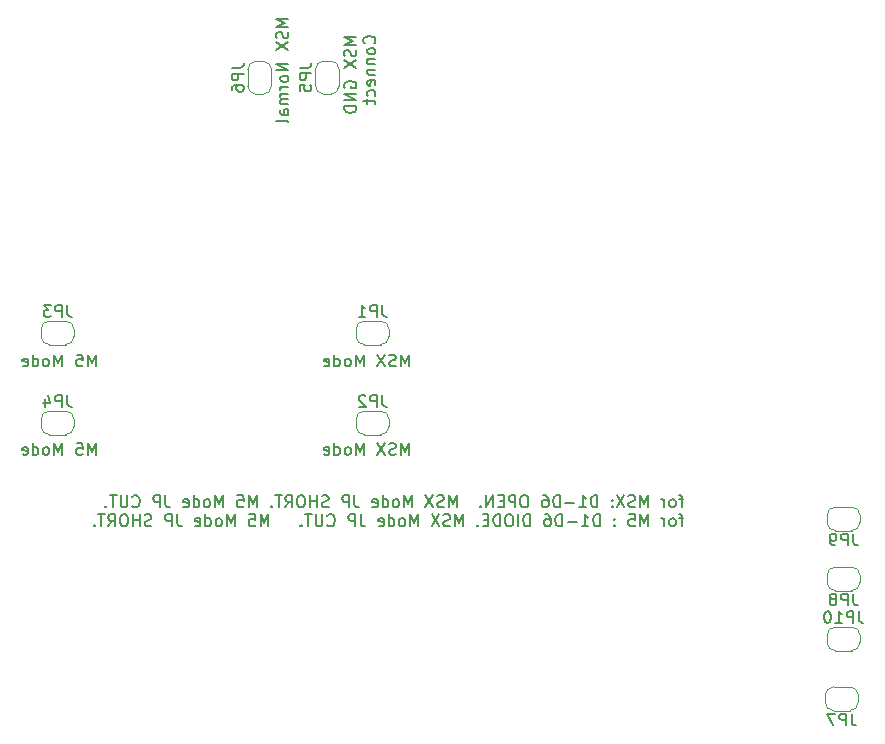
<source format=gbo>
G04 #@! TF.GenerationSoftware,KiCad,Pcbnew,7.0.10*
G04 #@! TF.CreationDate,2024-02-23T16:37:41+09:00*
G04 #@! TF.ProjectId,game_pad,67616d65-5f70-4616-942e-6b696361645f,1*
G04 #@! TF.SameCoordinates,Original*
G04 #@! TF.FileFunction,Legend,Bot*
G04 #@! TF.FilePolarity,Positive*
%FSLAX46Y46*%
G04 Gerber Fmt 4.6, Leading zero omitted, Abs format (unit mm)*
G04 Created by KiCad (PCBNEW 7.0.10) date 2024-02-23 16:37:41*
%MOMM*%
%LPD*%
G01*
G04 APERTURE LIST*
%ADD10C,0.150000*%
%ADD11C,0.120000*%
G04 APERTURE END LIST*
D10*
X94525819Y-79076779D02*
X93525819Y-79076779D01*
X93525819Y-79076779D02*
X94240104Y-79410112D01*
X94240104Y-79410112D02*
X93525819Y-79743445D01*
X93525819Y-79743445D02*
X94525819Y-79743445D01*
X94478200Y-80172017D02*
X94525819Y-80314874D01*
X94525819Y-80314874D02*
X94525819Y-80552969D01*
X94525819Y-80552969D02*
X94478200Y-80648207D01*
X94478200Y-80648207D02*
X94430580Y-80695826D01*
X94430580Y-80695826D02*
X94335342Y-80743445D01*
X94335342Y-80743445D02*
X94240104Y-80743445D01*
X94240104Y-80743445D02*
X94144866Y-80695826D01*
X94144866Y-80695826D02*
X94097247Y-80648207D01*
X94097247Y-80648207D02*
X94049628Y-80552969D01*
X94049628Y-80552969D02*
X94002009Y-80362493D01*
X94002009Y-80362493D02*
X93954390Y-80267255D01*
X93954390Y-80267255D02*
X93906771Y-80219636D01*
X93906771Y-80219636D02*
X93811533Y-80172017D01*
X93811533Y-80172017D02*
X93716295Y-80172017D01*
X93716295Y-80172017D02*
X93621057Y-80219636D01*
X93621057Y-80219636D02*
X93573438Y-80267255D01*
X93573438Y-80267255D02*
X93525819Y-80362493D01*
X93525819Y-80362493D02*
X93525819Y-80600588D01*
X93525819Y-80600588D02*
X93573438Y-80743445D01*
X93525819Y-81076779D02*
X94525819Y-81743445D01*
X93525819Y-81743445D02*
X94525819Y-81076779D01*
X93573438Y-83410112D02*
X93525819Y-83314874D01*
X93525819Y-83314874D02*
X93525819Y-83172017D01*
X93525819Y-83172017D02*
X93573438Y-83029160D01*
X93573438Y-83029160D02*
X93668676Y-82933922D01*
X93668676Y-82933922D02*
X93763914Y-82886303D01*
X93763914Y-82886303D02*
X93954390Y-82838684D01*
X93954390Y-82838684D02*
X94097247Y-82838684D01*
X94097247Y-82838684D02*
X94287723Y-82886303D01*
X94287723Y-82886303D02*
X94382961Y-82933922D01*
X94382961Y-82933922D02*
X94478200Y-83029160D01*
X94478200Y-83029160D02*
X94525819Y-83172017D01*
X94525819Y-83172017D02*
X94525819Y-83267255D01*
X94525819Y-83267255D02*
X94478200Y-83410112D01*
X94478200Y-83410112D02*
X94430580Y-83457731D01*
X94430580Y-83457731D02*
X94097247Y-83457731D01*
X94097247Y-83457731D02*
X94097247Y-83267255D01*
X94525819Y-83886303D02*
X93525819Y-83886303D01*
X93525819Y-83886303D02*
X94525819Y-84457731D01*
X94525819Y-84457731D02*
X93525819Y-84457731D01*
X94525819Y-84933922D02*
X93525819Y-84933922D01*
X93525819Y-84933922D02*
X93525819Y-85172017D01*
X93525819Y-85172017D02*
X93573438Y-85314874D01*
X93573438Y-85314874D02*
X93668676Y-85410112D01*
X93668676Y-85410112D02*
X93763914Y-85457731D01*
X93763914Y-85457731D02*
X93954390Y-85505350D01*
X93954390Y-85505350D02*
X94097247Y-85505350D01*
X94097247Y-85505350D02*
X94287723Y-85457731D01*
X94287723Y-85457731D02*
X94382961Y-85410112D01*
X94382961Y-85410112D02*
X94478200Y-85314874D01*
X94478200Y-85314874D02*
X94525819Y-85172017D01*
X94525819Y-85172017D02*
X94525819Y-84933922D01*
X96040580Y-79648207D02*
X96088200Y-79600588D01*
X96088200Y-79600588D02*
X96135819Y-79457731D01*
X96135819Y-79457731D02*
X96135819Y-79362493D01*
X96135819Y-79362493D02*
X96088200Y-79219636D01*
X96088200Y-79219636D02*
X95992961Y-79124398D01*
X95992961Y-79124398D02*
X95897723Y-79076779D01*
X95897723Y-79076779D02*
X95707247Y-79029160D01*
X95707247Y-79029160D02*
X95564390Y-79029160D01*
X95564390Y-79029160D02*
X95373914Y-79076779D01*
X95373914Y-79076779D02*
X95278676Y-79124398D01*
X95278676Y-79124398D02*
X95183438Y-79219636D01*
X95183438Y-79219636D02*
X95135819Y-79362493D01*
X95135819Y-79362493D02*
X95135819Y-79457731D01*
X95135819Y-79457731D02*
X95183438Y-79600588D01*
X95183438Y-79600588D02*
X95231057Y-79648207D01*
X96135819Y-80219636D02*
X96088200Y-80124398D01*
X96088200Y-80124398D02*
X96040580Y-80076779D01*
X96040580Y-80076779D02*
X95945342Y-80029160D01*
X95945342Y-80029160D02*
X95659628Y-80029160D01*
X95659628Y-80029160D02*
X95564390Y-80076779D01*
X95564390Y-80076779D02*
X95516771Y-80124398D01*
X95516771Y-80124398D02*
X95469152Y-80219636D01*
X95469152Y-80219636D02*
X95469152Y-80362493D01*
X95469152Y-80362493D02*
X95516771Y-80457731D01*
X95516771Y-80457731D02*
X95564390Y-80505350D01*
X95564390Y-80505350D02*
X95659628Y-80552969D01*
X95659628Y-80552969D02*
X95945342Y-80552969D01*
X95945342Y-80552969D02*
X96040580Y-80505350D01*
X96040580Y-80505350D02*
X96088200Y-80457731D01*
X96088200Y-80457731D02*
X96135819Y-80362493D01*
X96135819Y-80362493D02*
X96135819Y-80219636D01*
X95469152Y-80981541D02*
X96135819Y-80981541D01*
X95564390Y-80981541D02*
X95516771Y-81029160D01*
X95516771Y-81029160D02*
X95469152Y-81124398D01*
X95469152Y-81124398D02*
X95469152Y-81267255D01*
X95469152Y-81267255D02*
X95516771Y-81362493D01*
X95516771Y-81362493D02*
X95612009Y-81410112D01*
X95612009Y-81410112D02*
X96135819Y-81410112D01*
X95469152Y-81886303D02*
X96135819Y-81886303D01*
X95564390Y-81886303D02*
X95516771Y-81933922D01*
X95516771Y-81933922D02*
X95469152Y-82029160D01*
X95469152Y-82029160D02*
X95469152Y-82172017D01*
X95469152Y-82172017D02*
X95516771Y-82267255D01*
X95516771Y-82267255D02*
X95612009Y-82314874D01*
X95612009Y-82314874D02*
X96135819Y-82314874D01*
X96088200Y-83172017D02*
X96135819Y-83076779D01*
X96135819Y-83076779D02*
X96135819Y-82886303D01*
X96135819Y-82886303D02*
X96088200Y-82791065D01*
X96088200Y-82791065D02*
X95992961Y-82743446D01*
X95992961Y-82743446D02*
X95612009Y-82743446D01*
X95612009Y-82743446D02*
X95516771Y-82791065D01*
X95516771Y-82791065D02*
X95469152Y-82886303D01*
X95469152Y-82886303D02*
X95469152Y-83076779D01*
X95469152Y-83076779D02*
X95516771Y-83172017D01*
X95516771Y-83172017D02*
X95612009Y-83219636D01*
X95612009Y-83219636D02*
X95707247Y-83219636D01*
X95707247Y-83219636D02*
X95802485Y-82743446D01*
X96088200Y-84076779D02*
X96135819Y-83981541D01*
X96135819Y-83981541D02*
X96135819Y-83791065D01*
X96135819Y-83791065D02*
X96088200Y-83695827D01*
X96088200Y-83695827D02*
X96040580Y-83648208D01*
X96040580Y-83648208D02*
X95945342Y-83600589D01*
X95945342Y-83600589D02*
X95659628Y-83600589D01*
X95659628Y-83600589D02*
X95564390Y-83648208D01*
X95564390Y-83648208D02*
X95516771Y-83695827D01*
X95516771Y-83695827D02*
X95469152Y-83791065D01*
X95469152Y-83791065D02*
X95469152Y-83981541D01*
X95469152Y-83981541D02*
X95516771Y-84076779D01*
X95469152Y-84362494D02*
X95469152Y-84743446D01*
X95135819Y-84505351D02*
X95992961Y-84505351D01*
X95992961Y-84505351D02*
X96088200Y-84552970D01*
X96088200Y-84552970D02*
X96135819Y-84648208D01*
X96135819Y-84648208D02*
X96135819Y-84743446D01*
X122234077Y-118243152D02*
X121853125Y-118243152D01*
X122091220Y-118909819D02*
X122091220Y-118052676D01*
X122091220Y-118052676D02*
X122043601Y-117957438D01*
X122043601Y-117957438D02*
X121948363Y-117909819D01*
X121948363Y-117909819D02*
X121853125Y-117909819D01*
X121376934Y-118909819D02*
X121472172Y-118862200D01*
X121472172Y-118862200D02*
X121519791Y-118814580D01*
X121519791Y-118814580D02*
X121567410Y-118719342D01*
X121567410Y-118719342D02*
X121567410Y-118433628D01*
X121567410Y-118433628D02*
X121519791Y-118338390D01*
X121519791Y-118338390D02*
X121472172Y-118290771D01*
X121472172Y-118290771D02*
X121376934Y-118243152D01*
X121376934Y-118243152D02*
X121234077Y-118243152D01*
X121234077Y-118243152D02*
X121138839Y-118290771D01*
X121138839Y-118290771D02*
X121091220Y-118338390D01*
X121091220Y-118338390D02*
X121043601Y-118433628D01*
X121043601Y-118433628D02*
X121043601Y-118719342D01*
X121043601Y-118719342D02*
X121091220Y-118814580D01*
X121091220Y-118814580D02*
X121138839Y-118862200D01*
X121138839Y-118862200D02*
X121234077Y-118909819D01*
X121234077Y-118909819D02*
X121376934Y-118909819D01*
X120615029Y-118909819D02*
X120615029Y-118243152D01*
X120615029Y-118433628D02*
X120567410Y-118338390D01*
X120567410Y-118338390D02*
X120519791Y-118290771D01*
X120519791Y-118290771D02*
X120424553Y-118243152D01*
X120424553Y-118243152D02*
X120329315Y-118243152D01*
X119234076Y-118909819D02*
X119234076Y-117909819D01*
X119234076Y-117909819D02*
X118900743Y-118624104D01*
X118900743Y-118624104D02*
X118567410Y-117909819D01*
X118567410Y-117909819D02*
X118567410Y-118909819D01*
X118138838Y-118862200D02*
X117995981Y-118909819D01*
X117995981Y-118909819D02*
X117757886Y-118909819D01*
X117757886Y-118909819D02*
X117662648Y-118862200D01*
X117662648Y-118862200D02*
X117615029Y-118814580D01*
X117615029Y-118814580D02*
X117567410Y-118719342D01*
X117567410Y-118719342D02*
X117567410Y-118624104D01*
X117567410Y-118624104D02*
X117615029Y-118528866D01*
X117615029Y-118528866D02*
X117662648Y-118481247D01*
X117662648Y-118481247D02*
X117757886Y-118433628D01*
X117757886Y-118433628D02*
X117948362Y-118386009D01*
X117948362Y-118386009D02*
X118043600Y-118338390D01*
X118043600Y-118338390D02*
X118091219Y-118290771D01*
X118091219Y-118290771D02*
X118138838Y-118195533D01*
X118138838Y-118195533D02*
X118138838Y-118100295D01*
X118138838Y-118100295D02*
X118091219Y-118005057D01*
X118091219Y-118005057D02*
X118043600Y-117957438D01*
X118043600Y-117957438D02*
X117948362Y-117909819D01*
X117948362Y-117909819D02*
X117710267Y-117909819D01*
X117710267Y-117909819D02*
X117567410Y-117957438D01*
X117234076Y-117909819D02*
X116567410Y-118909819D01*
X116567410Y-117909819D02*
X117234076Y-118909819D01*
X116186457Y-118814580D02*
X116138838Y-118862200D01*
X116138838Y-118862200D02*
X116186457Y-118909819D01*
X116186457Y-118909819D02*
X116234076Y-118862200D01*
X116234076Y-118862200D02*
X116186457Y-118814580D01*
X116186457Y-118814580D02*
X116186457Y-118909819D01*
X116186457Y-118290771D02*
X116138838Y-118338390D01*
X116138838Y-118338390D02*
X116186457Y-118386009D01*
X116186457Y-118386009D02*
X116234076Y-118338390D01*
X116234076Y-118338390D02*
X116186457Y-118290771D01*
X116186457Y-118290771D02*
X116186457Y-118386009D01*
X114948362Y-118909819D02*
X114948362Y-117909819D01*
X114948362Y-117909819D02*
X114710267Y-117909819D01*
X114710267Y-117909819D02*
X114567410Y-117957438D01*
X114567410Y-117957438D02*
X114472172Y-118052676D01*
X114472172Y-118052676D02*
X114424553Y-118147914D01*
X114424553Y-118147914D02*
X114376934Y-118338390D01*
X114376934Y-118338390D02*
X114376934Y-118481247D01*
X114376934Y-118481247D02*
X114424553Y-118671723D01*
X114424553Y-118671723D02*
X114472172Y-118766961D01*
X114472172Y-118766961D02*
X114567410Y-118862200D01*
X114567410Y-118862200D02*
X114710267Y-118909819D01*
X114710267Y-118909819D02*
X114948362Y-118909819D01*
X113424553Y-118909819D02*
X113995981Y-118909819D01*
X113710267Y-118909819D02*
X113710267Y-117909819D01*
X113710267Y-117909819D02*
X113805505Y-118052676D01*
X113805505Y-118052676D02*
X113900743Y-118147914D01*
X113900743Y-118147914D02*
X113995981Y-118195533D01*
X112995981Y-118528866D02*
X112234077Y-118528866D01*
X111757886Y-118909819D02*
X111757886Y-117909819D01*
X111757886Y-117909819D02*
X111519791Y-117909819D01*
X111519791Y-117909819D02*
X111376934Y-117957438D01*
X111376934Y-117957438D02*
X111281696Y-118052676D01*
X111281696Y-118052676D02*
X111234077Y-118147914D01*
X111234077Y-118147914D02*
X111186458Y-118338390D01*
X111186458Y-118338390D02*
X111186458Y-118481247D01*
X111186458Y-118481247D02*
X111234077Y-118671723D01*
X111234077Y-118671723D02*
X111281696Y-118766961D01*
X111281696Y-118766961D02*
X111376934Y-118862200D01*
X111376934Y-118862200D02*
X111519791Y-118909819D01*
X111519791Y-118909819D02*
X111757886Y-118909819D01*
X110329315Y-117909819D02*
X110519791Y-117909819D01*
X110519791Y-117909819D02*
X110615029Y-117957438D01*
X110615029Y-117957438D02*
X110662648Y-118005057D01*
X110662648Y-118005057D02*
X110757886Y-118147914D01*
X110757886Y-118147914D02*
X110805505Y-118338390D01*
X110805505Y-118338390D02*
X110805505Y-118719342D01*
X110805505Y-118719342D02*
X110757886Y-118814580D01*
X110757886Y-118814580D02*
X110710267Y-118862200D01*
X110710267Y-118862200D02*
X110615029Y-118909819D01*
X110615029Y-118909819D02*
X110424553Y-118909819D01*
X110424553Y-118909819D02*
X110329315Y-118862200D01*
X110329315Y-118862200D02*
X110281696Y-118814580D01*
X110281696Y-118814580D02*
X110234077Y-118719342D01*
X110234077Y-118719342D02*
X110234077Y-118481247D01*
X110234077Y-118481247D02*
X110281696Y-118386009D01*
X110281696Y-118386009D02*
X110329315Y-118338390D01*
X110329315Y-118338390D02*
X110424553Y-118290771D01*
X110424553Y-118290771D02*
X110615029Y-118290771D01*
X110615029Y-118290771D02*
X110710267Y-118338390D01*
X110710267Y-118338390D02*
X110757886Y-118386009D01*
X110757886Y-118386009D02*
X110805505Y-118481247D01*
X108853124Y-117909819D02*
X108662648Y-117909819D01*
X108662648Y-117909819D02*
X108567410Y-117957438D01*
X108567410Y-117957438D02*
X108472172Y-118052676D01*
X108472172Y-118052676D02*
X108424553Y-118243152D01*
X108424553Y-118243152D02*
X108424553Y-118576485D01*
X108424553Y-118576485D02*
X108472172Y-118766961D01*
X108472172Y-118766961D02*
X108567410Y-118862200D01*
X108567410Y-118862200D02*
X108662648Y-118909819D01*
X108662648Y-118909819D02*
X108853124Y-118909819D01*
X108853124Y-118909819D02*
X108948362Y-118862200D01*
X108948362Y-118862200D02*
X109043600Y-118766961D01*
X109043600Y-118766961D02*
X109091219Y-118576485D01*
X109091219Y-118576485D02*
X109091219Y-118243152D01*
X109091219Y-118243152D02*
X109043600Y-118052676D01*
X109043600Y-118052676D02*
X108948362Y-117957438D01*
X108948362Y-117957438D02*
X108853124Y-117909819D01*
X107995981Y-118909819D02*
X107995981Y-117909819D01*
X107995981Y-117909819D02*
X107615029Y-117909819D01*
X107615029Y-117909819D02*
X107519791Y-117957438D01*
X107519791Y-117957438D02*
X107472172Y-118005057D01*
X107472172Y-118005057D02*
X107424553Y-118100295D01*
X107424553Y-118100295D02*
X107424553Y-118243152D01*
X107424553Y-118243152D02*
X107472172Y-118338390D01*
X107472172Y-118338390D02*
X107519791Y-118386009D01*
X107519791Y-118386009D02*
X107615029Y-118433628D01*
X107615029Y-118433628D02*
X107995981Y-118433628D01*
X106995981Y-118386009D02*
X106662648Y-118386009D01*
X106519791Y-118909819D02*
X106995981Y-118909819D01*
X106995981Y-118909819D02*
X106995981Y-117909819D01*
X106995981Y-117909819D02*
X106519791Y-117909819D01*
X106091219Y-118909819D02*
X106091219Y-117909819D01*
X106091219Y-117909819D02*
X105519791Y-118909819D01*
X105519791Y-118909819D02*
X105519791Y-117909819D01*
X105043600Y-118814580D02*
X104995981Y-118862200D01*
X104995981Y-118862200D02*
X105043600Y-118909819D01*
X105043600Y-118909819D02*
X105091219Y-118862200D01*
X105091219Y-118862200D02*
X105043600Y-118814580D01*
X105043600Y-118814580D02*
X105043600Y-118909819D01*
X103043600Y-118909819D02*
X103043600Y-117909819D01*
X103043600Y-117909819D02*
X102710267Y-118624104D01*
X102710267Y-118624104D02*
X102376934Y-117909819D01*
X102376934Y-117909819D02*
X102376934Y-118909819D01*
X101948362Y-118862200D02*
X101805505Y-118909819D01*
X101805505Y-118909819D02*
X101567410Y-118909819D01*
X101567410Y-118909819D02*
X101472172Y-118862200D01*
X101472172Y-118862200D02*
X101424553Y-118814580D01*
X101424553Y-118814580D02*
X101376934Y-118719342D01*
X101376934Y-118719342D02*
X101376934Y-118624104D01*
X101376934Y-118624104D02*
X101424553Y-118528866D01*
X101424553Y-118528866D02*
X101472172Y-118481247D01*
X101472172Y-118481247D02*
X101567410Y-118433628D01*
X101567410Y-118433628D02*
X101757886Y-118386009D01*
X101757886Y-118386009D02*
X101853124Y-118338390D01*
X101853124Y-118338390D02*
X101900743Y-118290771D01*
X101900743Y-118290771D02*
X101948362Y-118195533D01*
X101948362Y-118195533D02*
X101948362Y-118100295D01*
X101948362Y-118100295D02*
X101900743Y-118005057D01*
X101900743Y-118005057D02*
X101853124Y-117957438D01*
X101853124Y-117957438D02*
X101757886Y-117909819D01*
X101757886Y-117909819D02*
X101519791Y-117909819D01*
X101519791Y-117909819D02*
X101376934Y-117957438D01*
X101043600Y-117909819D02*
X100376934Y-118909819D01*
X100376934Y-117909819D02*
X101043600Y-118909819D01*
X99234076Y-118909819D02*
X99234076Y-117909819D01*
X99234076Y-117909819D02*
X98900743Y-118624104D01*
X98900743Y-118624104D02*
X98567410Y-117909819D01*
X98567410Y-117909819D02*
X98567410Y-118909819D01*
X97948362Y-118909819D02*
X98043600Y-118862200D01*
X98043600Y-118862200D02*
X98091219Y-118814580D01*
X98091219Y-118814580D02*
X98138838Y-118719342D01*
X98138838Y-118719342D02*
X98138838Y-118433628D01*
X98138838Y-118433628D02*
X98091219Y-118338390D01*
X98091219Y-118338390D02*
X98043600Y-118290771D01*
X98043600Y-118290771D02*
X97948362Y-118243152D01*
X97948362Y-118243152D02*
X97805505Y-118243152D01*
X97805505Y-118243152D02*
X97710267Y-118290771D01*
X97710267Y-118290771D02*
X97662648Y-118338390D01*
X97662648Y-118338390D02*
X97615029Y-118433628D01*
X97615029Y-118433628D02*
X97615029Y-118719342D01*
X97615029Y-118719342D02*
X97662648Y-118814580D01*
X97662648Y-118814580D02*
X97710267Y-118862200D01*
X97710267Y-118862200D02*
X97805505Y-118909819D01*
X97805505Y-118909819D02*
X97948362Y-118909819D01*
X96757886Y-118909819D02*
X96757886Y-117909819D01*
X96757886Y-118862200D02*
X96853124Y-118909819D01*
X96853124Y-118909819D02*
X97043600Y-118909819D01*
X97043600Y-118909819D02*
X97138838Y-118862200D01*
X97138838Y-118862200D02*
X97186457Y-118814580D01*
X97186457Y-118814580D02*
X97234076Y-118719342D01*
X97234076Y-118719342D02*
X97234076Y-118433628D01*
X97234076Y-118433628D02*
X97186457Y-118338390D01*
X97186457Y-118338390D02*
X97138838Y-118290771D01*
X97138838Y-118290771D02*
X97043600Y-118243152D01*
X97043600Y-118243152D02*
X96853124Y-118243152D01*
X96853124Y-118243152D02*
X96757886Y-118290771D01*
X95900743Y-118862200D02*
X95995981Y-118909819D01*
X95995981Y-118909819D02*
X96186457Y-118909819D01*
X96186457Y-118909819D02*
X96281695Y-118862200D01*
X96281695Y-118862200D02*
X96329314Y-118766961D01*
X96329314Y-118766961D02*
X96329314Y-118386009D01*
X96329314Y-118386009D02*
X96281695Y-118290771D01*
X96281695Y-118290771D02*
X96186457Y-118243152D01*
X96186457Y-118243152D02*
X95995981Y-118243152D01*
X95995981Y-118243152D02*
X95900743Y-118290771D01*
X95900743Y-118290771D02*
X95853124Y-118386009D01*
X95853124Y-118386009D02*
X95853124Y-118481247D01*
X95853124Y-118481247D02*
X96329314Y-118576485D01*
X94376933Y-117909819D02*
X94376933Y-118624104D01*
X94376933Y-118624104D02*
X94424552Y-118766961D01*
X94424552Y-118766961D02*
X94519790Y-118862200D01*
X94519790Y-118862200D02*
X94662647Y-118909819D01*
X94662647Y-118909819D02*
X94757885Y-118909819D01*
X93900742Y-118909819D02*
X93900742Y-117909819D01*
X93900742Y-117909819D02*
X93519790Y-117909819D01*
X93519790Y-117909819D02*
X93424552Y-117957438D01*
X93424552Y-117957438D02*
X93376933Y-118005057D01*
X93376933Y-118005057D02*
X93329314Y-118100295D01*
X93329314Y-118100295D02*
X93329314Y-118243152D01*
X93329314Y-118243152D02*
X93376933Y-118338390D01*
X93376933Y-118338390D02*
X93424552Y-118386009D01*
X93424552Y-118386009D02*
X93519790Y-118433628D01*
X93519790Y-118433628D02*
X93900742Y-118433628D01*
X92186456Y-118862200D02*
X92043599Y-118909819D01*
X92043599Y-118909819D02*
X91805504Y-118909819D01*
X91805504Y-118909819D02*
X91710266Y-118862200D01*
X91710266Y-118862200D02*
X91662647Y-118814580D01*
X91662647Y-118814580D02*
X91615028Y-118719342D01*
X91615028Y-118719342D02*
X91615028Y-118624104D01*
X91615028Y-118624104D02*
X91662647Y-118528866D01*
X91662647Y-118528866D02*
X91710266Y-118481247D01*
X91710266Y-118481247D02*
X91805504Y-118433628D01*
X91805504Y-118433628D02*
X91995980Y-118386009D01*
X91995980Y-118386009D02*
X92091218Y-118338390D01*
X92091218Y-118338390D02*
X92138837Y-118290771D01*
X92138837Y-118290771D02*
X92186456Y-118195533D01*
X92186456Y-118195533D02*
X92186456Y-118100295D01*
X92186456Y-118100295D02*
X92138837Y-118005057D01*
X92138837Y-118005057D02*
X92091218Y-117957438D01*
X92091218Y-117957438D02*
X91995980Y-117909819D01*
X91995980Y-117909819D02*
X91757885Y-117909819D01*
X91757885Y-117909819D02*
X91615028Y-117957438D01*
X91186456Y-118909819D02*
X91186456Y-117909819D01*
X91186456Y-118386009D02*
X90615028Y-118386009D01*
X90615028Y-118909819D02*
X90615028Y-117909819D01*
X89948361Y-117909819D02*
X89757885Y-117909819D01*
X89757885Y-117909819D02*
X89662647Y-117957438D01*
X89662647Y-117957438D02*
X89567409Y-118052676D01*
X89567409Y-118052676D02*
X89519790Y-118243152D01*
X89519790Y-118243152D02*
X89519790Y-118576485D01*
X89519790Y-118576485D02*
X89567409Y-118766961D01*
X89567409Y-118766961D02*
X89662647Y-118862200D01*
X89662647Y-118862200D02*
X89757885Y-118909819D01*
X89757885Y-118909819D02*
X89948361Y-118909819D01*
X89948361Y-118909819D02*
X90043599Y-118862200D01*
X90043599Y-118862200D02*
X90138837Y-118766961D01*
X90138837Y-118766961D02*
X90186456Y-118576485D01*
X90186456Y-118576485D02*
X90186456Y-118243152D01*
X90186456Y-118243152D02*
X90138837Y-118052676D01*
X90138837Y-118052676D02*
X90043599Y-117957438D01*
X90043599Y-117957438D02*
X89948361Y-117909819D01*
X88519790Y-118909819D02*
X88853123Y-118433628D01*
X89091218Y-118909819D02*
X89091218Y-117909819D01*
X89091218Y-117909819D02*
X88710266Y-117909819D01*
X88710266Y-117909819D02*
X88615028Y-117957438D01*
X88615028Y-117957438D02*
X88567409Y-118005057D01*
X88567409Y-118005057D02*
X88519790Y-118100295D01*
X88519790Y-118100295D02*
X88519790Y-118243152D01*
X88519790Y-118243152D02*
X88567409Y-118338390D01*
X88567409Y-118338390D02*
X88615028Y-118386009D01*
X88615028Y-118386009D02*
X88710266Y-118433628D01*
X88710266Y-118433628D02*
X89091218Y-118433628D01*
X88234075Y-117909819D02*
X87662647Y-117909819D01*
X87948361Y-118909819D02*
X87948361Y-117909819D01*
X87329313Y-118814580D02*
X87281694Y-118862200D01*
X87281694Y-118862200D02*
X87329313Y-118909819D01*
X87329313Y-118909819D02*
X87376932Y-118862200D01*
X87376932Y-118862200D02*
X87329313Y-118814580D01*
X87329313Y-118814580D02*
X87329313Y-118909819D01*
X86091218Y-118909819D02*
X86091218Y-117909819D01*
X86091218Y-117909819D02*
X85757885Y-118624104D01*
X85757885Y-118624104D02*
X85424552Y-117909819D01*
X85424552Y-117909819D02*
X85424552Y-118909819D01*
X84472171Y-117909819D02*
X84948361Y-117909819D01*
X84948361Y-117909819D02*
X84995980Y-118386009D01*
X84995980Y-118386009D02*
X84948361Y-118338390D01*
X84948361Y-118338390D02*
X84853123Y-118290771D01*
X84853123Y-118290771D02*
X84615028Y-118290771D01*
X84615028Y-118290771D02*
X84519790Y-118338390D01*
X84519790Y-118338390D02*
X84472171Y-118386009D01*
X84472171Y-118386009D02*
X84424552Y-118481247D01*
X84424552Y-118481247D02*
X84424552Y-118719342D01*
X84424552Y-118719342D02*
X84472171Y-118814580D01*
X84472171Y-118814580D02*
X84519790Y-118862200D01*
X84519790Y-118862200D02*
X84615028Y-118909819D01*
X84615028Y-118909819D02*
X84853123Y-118909819D01*
X84853123Y-118909819D02*
X84948361Y-118862200D01*
X84948361Y-118862200D02*
X84995980Y-118814580D01*
X83234075Y-118909819D02*
X83234075Y-117909819D01*
X83234075Y-117909819D02*
X82900742Y-118624104D01*
X82900742Y-118624104D02*
X82567409Y-117909819D01*
X82567409Y-117909819D02*
X82567409Y-118909819D01*
X81948361Y-118909819D02*
X82043599Y-118862200D01*
X82043599Y-118862200D02*
X82091218Y-118814580D01*
X82091218Y-118814580D02*
X82138837Y-118719342D01*
X82138837Y-118719342D02*
X82138837Y-118433628D01*
X82138837Y-118433628D02*
X82091218Y-118338390D01*
X82091218Y-118338390D02*
X82043599Y-118290771D01*
X82043599Y-118290771D02*
X81948361Y-118243152D01*
X81948361Y-118243152D02*
X81805504Y-118243152D01*
X81805504Y-118243152D02*
X81710266Y-118290771D01*
X81710266Y-118290771D02*
X81662647Y-118338390D01*
X81662647Y-118338390D02*
X81615028Y-118433628D01*
X81615028Y-118433628D02*
X81615028Y-118719342D01*
X81615028Y-118719342D02*
X81662647Y-118814580D01*
X81662647Y-118814580D02*
X81710266Y-118862200D01*
X81710266Y-118862200D02*
X81805504Y-118909819D01*
X81805504Y-118909819D02*
X81948361Y-118909819D01*
X80757885Y-118909819D02*
X80757885Y-117909819D01*
X80757885Y-118862200D02*
X80853123Y-118909819D01*
X80853123Y-118909819D02*
X81043599Y-118909819D01*
X81043599Y-118909819D02*
X81138837Y-118862200D01*
X81138837Y-118862200D02*
X81186456Y-118814580D01*
X81186456Y-118814580D02*
X81234075Y-118719342D01*
X81234075Y-118719342D02*
X81234075Y-118433628D01*
X81234075Y-118433628D02*
X81186456Y-118338390D01*
X81186456Y-118338390D02*
X81138837Y-118290771D01*
X81138837Y-118290771D02*
X81043599Y-118243152D01*
X81043599Y-118243152D02*
X80853123Y-118243152D01*
X80853123Y-118243152D02*
X80757885Y-118290771D01*
X79900742Y-118862200D02*
X79995980Y-118909819D01*
X79995980Y-118909819D02*
X80186456Y-118909819D01*
X80186456Y-118909819D02*
X80281694Y-118862200D01*
X80281694Y-118862200D02*
X80329313Y-118766961D01*
X80329313Y-118766961D02*
X80329313Y-118386009D01*
X80329313Y-118386009D02*
X80281694Y-118290771D01*
X80281694Y-118290771D02*
X80186456Y-118243152D01*
X80186456Y-118243152D02*
X79995980Y-118243152D01*
X79995980Y-118243152D02*
X79900742Y-118290771D01*
X79900742Y-118290771D02*
X79853123Y-118386009D01*
X79853123Y-118386009D02*
X79853123Y-118481247D01*
X79853123Y-118481247D02*
X80329313Y-118576485D01*
X78376932Y-117909819D02*
X78376932Y-118624104D01*
X78376932Y-118624104D02*
X78424551Y-118766961D01*
X78424551Y-118766961D02*
X78519789Y-118862200D01*
X78519789Y-118862200D02*
X78662646Y-118909819D01*
X78662646Y-118909819D02*
X78757884Y-118909819D01*
X77900741Y-118909819D02*
X77900741Y-117909819D01*
X77900741Y-117909819D02*
X77519789Y-117909819D01*
X77519789Y-117909819D02*
X77424551Y-117957438D01*
X77424551Y-117957438D02*
X77376932Y-118005057D01*
X77376932Y-118005057D02*
X77329313Y-118100295D01*
X77329313Y-118100295D02*
X77329313Y-118243152D01*
X77329313Y-118243152D02*
X77376932Y-118338390D01*
X77376932Y-118338390D02*
X77424551Y-118386009D01*
X77424551Y-118386009D02*
X77519789Y-118433628D01*
X77519789Y-118433628D02*
X77900741Y-118433628D01*
X75567408Y-118814580D02*
X75615027Y-118862200D01*
X75615027Y-118862200D02*
X75757884Y-118909819D01*
X75757884Y-118909819D02*
X75853122Y-118909819D01*
X75853122Y-118909819D02*
X75995979Y-118862200D01*
X75995979Y-118862200D02*
X76091217Y-118766961D01*
X76091217Y-118766961D02*
X76138836Y-118671723D01*
X76138836Y-118671723D02*
X76186455Y-118481247D01*
X76186455Y-118481247D02*
X76186455Y-118338390D01*
X76186455Y-118338390D02*
X76138836Y-118147914D01*
X76138836Y-118147914D02*
X76091217Y-118052676D01*
X76091217Y-118052676D02*
X75995979Y-117957438D01*
X75995979Y-117957438D02*
X75853122Y-117909819D01*
X75853122Y-117909819D02*
X75757884Y-117909819D01*
X75757884Y-117909819D02*
X75615027Y-117957438D01*
X75615027Y-117957438D02*
X75567408Y-118005057D01*
X75138836Y-117909819D02*
X75138836Y-118719342D01*
X75138836Y-118719342D02*
X75091217Y-118814580D01*
X75091217Y-118814580D02*
X75043598Y-118862200D01*
X75043598Y-118862200D02*
X74948360Y-118909819D01*
X74948360Y-118909819D02*
X74757884Y-118909819D01*
X74757884Y-118909819D02*
X74662646Y-118862200D01*
X74662646Y-118862200D02*
X74615027Y-118814580D01*
X74615027Y-118814580D02*
X74567408Y-118719342D01*
X74567408Y-118719342D02*
X74567408Y-117909819D01*
X74234074Y-117909819D02*
X73662646Y-117909819D01*
X73948360Y-118909819D02*
X73948360Y-117909819D01*
X73329312Y-118814580D02*
X73281693Y-118862200D01*
X73281693Y-118862200D02*
X73329312Y-118909819D01*
X73329312Y-118909819D02*
X73376931Y-118862200D01*
X73376931Y-118862200D02*
X73329312Y-118814580D01*
X73329312Y-118814580D02*
X73329312Y-118909819D01*
X122234077Y-119853152D02*
X121853125Y-119853152D01*
X122091220Y-120519819D02*
X122091220Y-119662676D01*
X122091220Y-119662676D02*
X122043601Y-119567438D01*
X122043601Y-119567438D02*
X121948363Y-119519819D01*
X121948363Y-119519819D02*
X121853125Y-119519819D01*
X121376934Y-120519819D02*
X121472172Y-120472200D01*
X121472172Y-120472200D02*
X121519791Y-120424580D01*
X121519791Y-120424580D02*
X121567410Y-120329342D01*
X121567410Y-120329342D02*
X121567410Y-120043628D01*
X121567410Y-120043628D02*
X121519791Y-119948390D01*
X121519791Y-119948390D02*
X121472172Y-119900771D01*
X121472172Y-119900771D02*
X121376934Y-119853152D01*
X121376934Y-119853152D02*
X121234077Y-119853152D01*
X121234077Y-119853152D02*
X121138839Y-119900771D01*
X121138839Y-119900771D02*
X121091220Y-119948390D01*
X121091220Y-119948390D02*
X121043601Y-120043628D01*
X121043601Y-120043628D02*
X121043601Y-120329342D01*
X121043601Y-120329342D02*
X121091220Y-120424580D01*
X121091220Y-120424580D02*
X121138839Y-120472200D01*
X121138839Y-120472200D02*
X121234077Y-120519819D01*
X121234077Y-120519819D02*
X121376934Y-120519819D01*
X120615029Y-120519819D02*
X120615029Y-119853152D01*
X120615029Y-120043628D02*
X120567410Y-119948390D01*
X120567410Y-119948390D02*
X120519791Y-119900771D01*
X120519791Y-119900771D02*
X120424553Y-119853152D01*
X120424553Y-119853152D02*
X120329315Y-119853152D01*
X119234076Y-120519819D02*
X119234076Y-119519819D01*
X119234076Y-119519819D02*
X118900743Y-120234104D01*
X118900743Y-120234104D02*
X118567410Y-119519819D01*
X118567410Y-119519819D02*
X118567410Y-120519819D01*
X117615029Y-119519819D02*
X118091219Y-119519819D01*
X118091219Y-119519819D02*
X118138838Y-119996009D01*
X118138838Y-119996009D02*
X118091219Y-119948390D01*
X118091219Y-119948390D02*
X117995981Y-119900771D01*
X117995981Y-119900771D02*
X117757886Y-119900771D01*
X117757886Y-119900771D02*
X117662648Y-119948390D01*
X117662648Y-119948390D02*
X117615029Y-119996009D01*
X117615029Y-119996009D02*
X117567410Y-120091247D01*
X117567410Y-120091247D02*
X117567410Y-120329342D01*
X117567410Y-120329342D02*
X117615029Y-120424580D01*
X117615029Y-120424580D02*
X117662648Y-120472200D01*
X117662648Y-120472200D02*
X117757886Y-120519819D01*
X117757886Y-120519819D02*
X117995981Y-120519819D01*
X117995981Y-120519819D02*
X118091219Y-120472200D01*
X118091219Y-120472200D02*
X118138838Y-120424580D01*
X116376933Y-120424580D02*
X116329314Y-120472200D01*
X116329314Y-120472200D02*
X116376933Y-120519819D01*
X116376933Y-120519819D02*
X116424552Y-120472200D01*
X116424552Y-120472200D02*
X116376933Y-120424580D01*
X116376933Y-120424580D02*
X116376933Y-120519819D01*
X116376933Y-119900771D02*
X116329314Y-119948390D01*
X116329314Y-119948390D02*
X116376933Y-119996009D01*
X116376933Y-119996009D02*
X116424552Y-119948390D01*
X116424552Y-119948390D02*
X116376933Y-119900771D01*
X116376933Y-119900771D02*
X116376933Y-119996009D01*
X115138838Y-120519819D02*
X115138838Y-119519819D01*
X115138838Y-119519819D02*
X114900743Y-119519819D01*
X114900743Y-119519819D02*
X114757886Y-119567438D01*
X114757886Y-119567438D02*
X114662648Y-119662676D01*
X114662648Y-119662676D02*
X114615029Y-119757914D01*
X114615029Y-119757914D02*
X114567410Y-119948390D01*
X114567410Y-119948390D02*
X114567410Y-120091247D01*
X114567410Y-120091247D02*
X114615029Y-120281723D01*
X114615029Y-120281723D02*
X114662648Y-120376961D01*
X114662648Y-120376961D02*
X114757886Y-120472200D01*
X114757886Y-120472200D02*
X114900743Y-120519819D01*
X114900743Y-120519819D02*
X115138838Y-120519819D01*
X113615029Y-120519819D02*
X114186457Y-120519819D01*
X113900743Y-120519819D02*
X113900743Y-119519819D01*
X113900743Y-119519819D02*
X113995981Y-119662676D01*
X113995981Y-119662676D02*
X114091219Y-119757914D01*
X114091219Y-119757914D02*
X114186457Y-119805533D01*
X113186457Y-120138866D02*
X112424553Y-120138866D01*
X111948362Y-120519819D02*
X111948362Y-119519819D01*
X111948362Y-119519819D02*
X111710267Y-119519819D01*
X111710267Y-119519819D02*
X111567410Y-119567438D01*
X111567410Y-119567438D02*
X111472172Y-119662676D01*
X111472172Y-119662676D02*
X111424553Y-119757914D01*
X111424553Y-119757914D02*
X111376934Y-119948390D01*
X111376934Y-119948390D02*
X111376934Y-120091247D01*
X111376934Y-120091247D02*
X111424553Y-120281723D01*
X111424553Y-120281723D02*
X111472172Y-120376961D01*
X111472172Y-120376961D02*
X111567410Y-120472200D01*
X111567410Y-120472200D02*
X111710267Y-120519819D01*
X111710267Y-120519819D02*
X111948362Y-120519819D01*
X110519791Y-119519819D02*
X110710267Y-119519819D01*
X110710267Y-119519819D02*
X110805505Y-119567438D01*
X110805505Y-119567438D02*
X110853124Y-119615057D01*
X110853124Y-119615057D02*
X110948362Y-119757914D01*
X110948362Y-119757914D02*
X110995981Y-119948390D01*
X110995981Y-119948390D02*
X110995981Y-120329342D01*
X110995981Y-120329342D02*
X110948362Y-120424580D01*
X110948362Y-120424580D02*
X110900743Y-120472200D01*
X110900743Y-120472200D02*
X110805505Y-120519819D01*
X110805505Y-120519819D02*
X110615029Y-120519819D01*
X110615029Y-120519819D02*
X110519791Y-120472200D01*
X110519791Y-120472200D02*
X110472172Y-120424580D01*
X110472172Y-120424580D02*
X110424553Y-120329342D01*
X110424553Y-120329342D02*
X110424553Y-120091247D01*
X110424553Y-120091247D02*
X110472172Y-119996009D01*
X110472172Y-119996009D02*
X110519791Y-119948390D01*
X110519791Y-119948390D02*
X110615029Y-119900771D01*
X110615029Y-119900771D02*
X110805505Y-119900771D01*
X110805505Y-119900771D02*
X110900743Y-119948390D01*
X110900743Y-119948390D02*
X110948362Y-119996009D01*
X110948362Y-119996009D02*
X110995981Y-120091247D01*
X109234076Y-120519819D02*
X109234076Y-119519819D01*
X109234076Y-119519819D02*
X108995981Y-119519819D01*
X108995981Y-119519819D02*
X108853124Y-119567438D01*
X108853124Y-119567438D02*
X108757886Y-119662676D01*
X108757886Y-119662676D02*
X108710267Y-119757914D01*
X108710267Y-119757914D02*
X108662648Y-119948390D01*
X108662648Y-119948390D02*
X108662648Y-120091247D01*
X108662648Y-120091247D02*
X108710267Y-120281723D01*
X108710267Y-120281723D02*
X108757886Y-120376961D01*
X108757886Y-120376961D02*
X108853124Y-120472200D01*
X108853124Y-120472200D02*
X108995981Y-120519819D01*
X108995981Y-120519819D02*
X109234076Y-120519819D01*
X108234076Y-120519819D02*
X108234076Y-119519819D01*
X107567410Y-119519819D02*
X107376934Y-119519819D01*
X107376934Y-119519819D02*
X107281696Y-119567438D01*
X107281696Y-119567438D02*
X107186458Y-119662676D01*
X107186458Y-119662676D02*
X107138839Y-119853152D01*
X107138839Y-119853152D02*
X107138839Y-120186485D01*
X107138839Y-120186485D02*
X107186458Y-120376961D01*
X107186458Y-120376961D02*
X107281696Y-120472200D01*
X107281696Y-120472200D02*
X107376934Y-120519819D01*
X107376934Y-120519819D02*
X107567410Y-120519819D01*
X107567410Y-120519819D02*
X107662648Y-120472200D01*
X107662648Y-120472200D02*
X107757886Y-120376961D01*
X107757886Y-120376961D02*
X107805505Y-120186485D01*
X107805505Y-120186485D02*
X107805505Y-119853152D01*
X107805505Y-119853152D02*
X107757886Y-119662676D01*
X107757886Y-119662676D02*
X107662648Y-119567438D01*
X107662648Y-119567438D02*
X107567410Y-119519819D01*
X106710267Y-120519819D02*
X106710267Y-119519819D01*
X106710267Y-119519819D02*
X106472172Y-119519819D01*
X106472172Y-119519819D02*
X106329315Y-119567438D01*
X106329315Y-119567438D02*
X106234077Y-119662676D01*
X106234077Y-119662676D02*
X106186458Y-119757914D01*
X106186458Y-119757914D02*
X106138839Y-119948390D01*
X106138839Y-119948390D02*
X106138839Y-120091247D01*
X106138839Y-120091247D02*
X106186458Y-120281723D01*
X106186458Y-120281723D02*
X106234077Y-120376961D01*
X106234077Y-120376961D02*
X106329315Y-120472200D01*
X106329315Y-120472200D02*
X106472172Y-120519819D01*
X106472172Y-120519819D02*
X106710267Y-120519819D01*
X105710267Y-119996009D02*
X105376934Y-119996009D01*
X105234077Y-120519819D02*
X105710267Y-120519819D01*
X105710267Y-120519819D02*
X105710267Y-119519819D01*
X105710267Y-119519819D02*
X105234077Y-119519819D01*
X104805505Y-120424580D02*
X104757886Y-120472200D01*
X104757886Y-120472200D02*
X104805505Y-120519819D01*
X104805505Y-120519819D02*
X104853124Y-120472200D01*
X104853124Y-120472200D02*
X104805505Y-120424580D01*
X104805505Y-120424580D02*
X104805505Y-120519819D01*
X103567410Y-120519819D02*
X103567410Y-119519819D01*
X103567410Y-119519819D02*
X103234077Y-120234104D01*
X103234077Y-120234104D02*
X102900744Y-119519819D01*
X102900744Y-119519819D02*
X102900744Y-120519819D01*
X102472172Y-120472200D02*
X102329315Y-120519819D01*
X102329315Y-120519819D02*
X102091220Y-120519819D01*
X102091220Y-120519819D02*
X101995982Y-120472200D01*
X101995982Y-120472200D02*
X101948363Y-120424580D01*
X101948363Y-120424580D02*
X101900744Y-120329342D01*
X101900744Y-120329342D02*
X101900744Y-120234104D01*
X101900744Y-120234104D02*
X101948363Y-120138866D01*
X101948363Y-120138866D02*
X101995982Y-120091247D01*
X101995982Y-120091247D02*
X102091220Y-120043628D01*
X102091220Y-120043628D02*
X102281696Y-119996009D01*
X102281696Y-119996009D02*
X102376934Y-119948390D01*
X102376934Y-119948390D02*
X102424553Y-119900771D01*
X102424553Y-119900771D02*
X102472172Y-119805533D01*
X102472172Y-119805533D02*
X102472172Y-119710295D01*
X102472172Y-119710295D02*
X102424553Y-119615057D01*
X102424553Y-119615057D02*
X102376934Y-119567438D01*
X102376934Y-119567438D02*
X102281696Y-119519819D01*
X102281696Y-119519819D02*
X102043601Y-119519819D01*
X102043601Y-119519819D02*
X101900744Y-119567438D01*
X101567410Y-119519819D02*
X100900744Y-120519819D01*
X100900744Y-119519819D02*
X101567410Y-120519819D01*
X99757886Y-120519819D02*
X99757886Y-119519819D01*
X99757886Y-119519819D02*
X99424553Y-120234104D01*
X99424553Y-120234104D02*
X99091220Y-119519819D01*
X99091220Y-119519819D02*
X99091220Y-120519819D01*
X98472172Y-120519819D02*
X98567410Y-120472200D01*
X98567410Y-120472200D02*
X98615029Y-120424580D01*
X98615029Y-120424580D02*
X98662648Y-120329342D01*
X98662648Y-120329342D02*
X98662648Y-120043628D01*
X98662648Y-120043628D02*
X98615029Y-119948390D01*
X98615029Y-119948390D02*
X98567410Y-119900771D01*
X98567410Y-119900771D02*
X98472172Y-119853152D01*
X98472172Y-119853152D02*
X98329315Y-119853152D01*
X98329315Y-119853152D02*
X98234077Y-119900771D01*
X98234077Y-119900771D02*
X98186458Y-119948390D01*
X98186458Y-119948390D02*
X98138839Y-120043628D01*
X98138839Y-120043628D02*
X98138839Y-120329342D01*
X98138839Y-120329342D02*
X98186458Y-120424580D01*
X98186458Y-120424580D02*
X98234077Y-120472200D01*
X98234077Y-120472200D02*
X98329315Y-120519819D01*
X98329315Y-120519819D02*
X98472172Y-120519819D01*
X97281696Y-120519819D02*
X97281696Y-119519819D01*
X97281696Y-120472200D02*
X97376934Y-120519819D01*
X97376934Y-120519819D02*
X97567410Y-120519819D01*
X97567410Y-120519819D02*
X97662648Y-120472200D01*
X97662648Y-120472200D02*
X97710267Y-120424580D01*
X97710267Y-120424580D02*
X97757886Y-120329342D01*
X97757886Y-120329342D02*
X97757886Y-120043628D01*
X97757886Y-120043628D02*
X97710267Y-119948390D01*
X97710267Y-119948390D02*
X97662648Y-119900771D01*
X97662648Y-119900771D02*
X97567410Y-119853152D01*
X97567410Y-119853152D02*
X97376934Y-119853152D01*
X97376934Y-119853152D02*
X97281696Y-119900771D01*
X96424553Y-120472200D02*
X96519791Y-120519819D01*
X96519791Y-120519819D02*
X96710267Y-120519819D01*
X96710267Y-120519819D02*
X96805505Y-120472200D01*
X96805505Y-120472200D02*
X96853124Y-120376961D01*
X96853124Y-120376961D02*
X96853124Y-119996009D01*
X96853124Y-119996009D02*
X96805505Y-119900771D01*
X96805505Y-119900771D02*
X96710267Y-119853152D01*
X96710267Y-119853152D02*
X96519791Y-119853152D01*
X96519791Y-119853152D02*
X96424553Y-119900771D01*
X96424553Y-119900771D02*
X96376934Y-119996009D01*
X96376934Y-119996009D02*
X96376934Y-120091247D01*
X96376934Y-120091247D02*
X96853124Y-120186485D01*
X94900743Y-119519819D02*
X94900743Y-120234104D01*
X94900743Y-120234104D02*
X94948362Y-120376961D01*
X94948362Y-120376961D02*
X95043600Y-120472200D01*
X95043600Y-120472200D02*
X95186457Y-120519819D01*
X95186457Y-120519819D02*
X95281695Y-120519819D01*
X94424552Y-120519819D02*
X94424552Y-119519819D01*
X94424552Y-119519819D02*
X94043600Y-119519819D01*
X94043600Y-119519819D02*
X93948362Y-119567438D01*
X93948362Y-119567438D02*
X93900743Y-119615057D01*
X93900743Y-119615057D02*
X93853124Y-119710295D01*
X93853124Y-119710295D02*
X93853124Y-119853152D01*
X93853124Y-119853152D02*
X93900743Y-119948390D01*
X93900743Y-119948390D02*
X93948362Y-119996009D01*
X93948362Y-119996009D02*
X94043600Y-120043628D01*
X94043600Y-120043628D02*
X94424552Y-120043628D01*
X92091219Y-120424580D02*
X92138838Y-120472200D01*
X92138838Y-120472200D02*
X92281695Y-120519819D01*
X92281695Y-120519819D02*
X92376933Y-120519819D01*
X92376933Y-120519819D02*
X92519790Y-120472200D01*
X92519790Y-120472200D02*
X92615028Y-120376961D01*
X92615028Y-120376961D02*
X92662647Y-120281723D01*
X92662647Y-120281723D02*
X92710266Y-120091247D01*
X92710266Y-120091247D02*
X92710266Y-119948390D01*
X92710266Y-119948390D02*
X92662647Y-119757914D01*
X92662647Y-119757914D02*
X92615028Y-119662676D01*
X92615028Y-119662676D02*
X92519790Y-119567438D01*
X92519790Y-119567438D02*
X92376933Y-119519819D01*
X92376933Y-119519819D02*
X92281695Y-119519819D01*
X92281695Y-119519819D02*
X92138838Y-119567438D01*
X92138838Y-119567438D02*
X92091219Y-119615057D01*
X91662647Y-119519819D02*
X91662647Y-120329342D01*
X91662647Y-120329342D02*
X91615028Y-120424580D01*
X91615028Y-120424580D02*
X91567409Y-120472200D01*
X91567409Y-120472200D02*
X91472171Y-120519819D01*
X91472171Y-120519819D02*
X91281695Y-120519819D01*
X91281695Y-120519819D02*
X91186457Y-120472200D01*
X91186457Y-120472200D02*
X91138838Y-120424580D01*
X91138838Y-120424580D02*
X91091219Y-120329342D01*
X91091219Y-120329342D02*
X91091219Y-119519819D01*
X90757885Y-119519819D02*
X90186457Y-119519819D01*
X90472171Y-120519819D02*
X90472171Y-119519819D01*
X89853123Y-120424580D02*
X89805504Y-120472200D01*
X89805504Y-120472200D02*
X89853123Y-120519819D01*
X89853123Y-120519819D02*
X89900742Y-120472200D01*
X89900742Y-120472200D02*
X89853123Y-120424580D01*
X89853123Y-120424580D02*
X89853123Y-120519819D01*
X87091218Y-120519819D02*
X87091218Y-119519819D01*
X87091218Y-119519819D02*
X86757885Y-120234104D01*
X86757885Y-120234104D02*
X86424552Y-119519819D01*
X86424552Y-119519819D02*
X86424552Y-120519819D01*
X85472171Y-119519819D02*
X85948361Y-119519819D01*
X85948361Y-119519819D02*
X85995980Y-119996009D01*
X85995980Y-119996009D02*
X85948361Y-119948390D01*
X85948361Y-119948390D02*
X85853123Y-119900771D01*
X85853123Y-119900771D02*
X85615028Y-119900771D01*
X85615028Y-119900771D02*
X85519790Y-119948390D01*
X85519790Y-119948390D02*
X85472171Y-119996009D01*
X85472171Y-119996009D02*
X85424552Y-120091247D01*
X85424552Y-120091247D02*
X85424552Y-120329342D01*
X85424552Y-120329342D02*
X85472171Y-120424580D01*
X85472171Y-120424580D02*
X85519790Y-120472200D01*
X85519790Y-120472200D02*
X85615028Y-120519819D01*
X85615028Y-120519819D02*
X85853123Y-120519819D01*
X85853123Y-120519819D02*
X85948361Y-120472200D01*
X85948361Y-120472200D02*
X85995980Y-120424580D01*
X84234075Y-120519819D02*
X84234075Y-119519819D01*
X84234075Y-119519819D02*
X83900742Y-120234104D01*
X83900742Y-120234104D02*
X83567409Y-119519819D01*
X83567409Y-119519819D02*
X83567409Y-120519819D01*
X82948361Y-120519819D02*
X83043599Y-120472200D01*
X83043599Y-120472200D02*
X83091218Y-120424580D01*
X83091218Y-120424580D02*
X83138837Y-120329342D01*
X83138837Y-120329342D02*
X83138837Y-120043628D01*
X83138837Y-120043628D02*
X83091218Y-119948390D01*
X83091218Y-119948390D02*
X83043599Y-119900771D01*
X83043599Y-119900771D02*
X82948361Y-119853152D01*
X82948361Y-119853152D02*
X82805504Y-119853152D01*
X82805504Y-119853152D02*
X82710266Y-119900771D01*
X82710266Y-119900771D02*
X82662647Y-119948390D01*
X82662647Y-119948390D02*
X82615028Y-120043628D01*
X82615028Y-120043628D02*
X82615028Y-120329342D01*
X82615028Y-120329342D02*
X82662647Y-120424580D01*
X82662647Y-120424580D02*
X82710266Y-120472200D01*
X82710266Y-120472200D02*
X82805504Y-120519819D01*
X82805504Y-120519819D02*
X82948361Y-120519819D01*
X81757885Y-120519819D02*
X81757885Y-119519819D01*
X81757885Y-120472200D02*
X81853123Y-120519819D01*
X81853123Y-120519819D02*
X82043599Y-120519819D01*
X82043599Y-120519819D02*
X82138837Y-120472200D01*
X82138837Y-120472200D02*
X82186456Y-120424580D01*
X82186456Y-120424580D02*
X82234075Y-120329342D01*
X82234075Y-120329342D02*
X82234075Y-120043628D01*
X82234075Y-120043628D02*
X82186456Y-119948390D01*
X82186456Y-119948390D02*
X82138837Y-119900771D01*
X82138837Y-119900771D02*
X82043599Y-119853152D01*
X82043599Y-119853152D02*
X81853123Y-119853152D01*
X81853123Y-119853152D02*
X81757885Y-119900771D01*
X80900742Y-120472200D02*
X80995980Y-120519819D01*
X80995980Y-120519819D02*
X81186456Y-120519819D01*
X81186456Y-120519819D02*
X81281694Y-120472200D01*
X81281694Y-120472200D02*
X81329313Y-120376961D01*
X81329313Y-120376961D02*
X81329313Y-119996009D01*
X81329313Y-119996009D02*
X81281694Y-119900771D01*
X81281694Y-119900771D02*
X81186456Y-119853152D01*
X81186456Y-119853152D02*
X80995980Y-119853152D01*
X80995980Y-119853152D02*
X80900742Y-119900771D01*
X80900742Y-119900771D02*
X80853123Y-119996009D01*
X80853123Y-119996009D02*
X80853123Y-120091247D01*
X80853123Y-120091247D02*
X81329313Y-120186485D01*
X79376932Y-119519819D02*
X79376932Y-120234104D01*
X79376932Y-120234104D02*
X79424551Y-120376961D01*
X79424551Y-120376961D02*
X79519789Y-120472200D01*
X79519789Y-120472200D02*
X79662646Y-120519819D01*
X79662646Y-120519819D02*
X79757884Y-120519819D01*
X78900741Y-120519819D02*
X78900741Y-119519819D01*
X78900741Y-119519819D02*
X78519789Y-119519819D01*
X78519789Y-119519819D02*
X78424551Y-119567438D01*
X78424551Y-119567438D02*
X78376932Y-119615057D01*
X78376932Y-119615057D02*
X78329313Y-119710295D01*
X78329313Y-119710295D02*
X78329313Y-119853152D01*
X78329313Y-119853152D02*
X78376932Y-119948390D01*
X78376932Y-119948390D02*
X78424551Y-119996009D01*
X78424551Y-119996009D02*
X78519789Y-120043628D01*
X78519789Y-120043628D02*
X78900741Y-120043628D01*
X77186455Y-120472200D02*
X77043598Y-120519819D01*
X77043598Y-120519819D02*
X76805503Y-120519819D01*
X76805503Y-120519819D02*
X76710265Y-120472200D01*
X76710265Y-120472200D02*
X76662646Y-120424580D01*
X76662646Y-120424580D02*
X76615027Y-120329342D01*
X76615027Y-120329342D02*
X76615027Y-120234104D01*
X76615027Y-120234104D02*
X76662646Y-120138866D01*
X76662646Y-120138866D02*
X76710265Y-120091247D01*
X76710265Y-120091247D02*
X76805503Y-120043628D01*
X76805503Y-120043628D02*
X76995979Y-119996009D01*
X76995979Y-119996009D02*
X77091217Y-119948390D01*
X77091217Y-119948390D02*
X77138836Y-119900771D01*
X77138836Y-119900771D02*
X77186455Y-119805533D01*
X77186455Y-119805533D02*
X77186455Y-119710295D01*
X77186455Y-119710295D02*
X77138836Y-119615057D01*
X77138836Y-119615057D02*
X77091217Y-119567438D01*
X77091217Y-119567438D02*
X76995979Y-119519819D01*
X76995979Y-119519819D02*
X76757884Y-119519819D01*
X76757884Y-119519819D02*
X76615027Y-119567438D01*
X76186455Y-120519819D02*
X76186455Y-119519819D01*
X76186455Y-119996009D02*
X75615027Y-119996009D01*
X75615027Y-120519819D02*
X75615027Y-119519819D01*
X74948360Y-119519819D02*
X74757884Y-119519819D01*
X74757884Y-119519819D02*
X74662646Y-119567438D01*
X74662646Y-119567438D02*
X74567408Y-119662676D01*
X74567408Y-119662676D02*
X74519789Y-119853152D01*
X74519789Y-119853152D02*
X74519789Y-120186485D01*
X74519789Y-120186485D02*
X74567408Y-120376961D01*
X74567408Y-120376961D02*
X74662646Y-120472200D01*
X74662646Y-120472200D02*
X74757884Y-120519819D01*
X74757884Y-120519819D02*
X74948360Y-120519819D01*
X74948360Y-120519819D02*
X75043598Y-120472200D01*
X75043598Y-120472200D02*
X75138836Y-120376961D01*
X75138836Y-120376961D02*
X75186455Y-120186485D01*
X75186455Y-120186485D02*
X75186455Y-119853152D01*
X75186455Y-119853152D02*
X75138836Y-119662676D01*
X75138836Y-119662676D02*
X75043598Y-119567438D01*
X75043598Y-119567438D02*
X74948360Y-119519819D01*
X73519789Y-120519819D02*
X73853122Y-120043628D01*
X74091217Y-120519819D02*
X74091217Y-119519819D01*
X74091217Y-119519819D02*
X73710265Y-119519819D01*
X73710265Y-119519819D02*
X73615027Y-119567438D01*
X73615027Y-119567438D02*
X73567408Y-119615057D01*
X73567408Y-119615057D02*
X73519789Y-119710295D01*
X73519789Y-119710295D02*
X73519789Y-119853152D01*
X73519789Y-119853152D02*
X73567408Y-119948390D01*
X73567408Y-119948390D02*
X73615027Y-119996009D01*
X73615027Y-119996009D02*
X73710265Y-120043628D01*
X73710265Y-120043628D02*
X74091217Y-120043628D01*
X73234074Y-119519819D02*
X72662646Y-119519819D01*
X72948360Y-120519819D02*
X72948360Y-119519819D01*
X72329312Y-120424580D02*
X72281693Y-120472200D01*
X72281693Y-120472200D02*
X72329312Y-120519819D01*
X72329312Y-120519819D02*
X72376931Y-120472200D01*
X72376931Y-120472200D02*
X72329312Y-120424580D01*
X72329312Y-120424580D02*
X72329312Y-120519819D01*
X98963220Y-114489819D02*
X98963220Y-113489819D01*
X98963220Y-113489819D02*
X98629887Y-114204104D01*
X98629887Y-114204104D02*
X98296554Y-113489819D01*
X98296554Y-113489819D02*
X98296554Y-114489819D01*
X97867982Y-114442200D02*
X97725125Y-114489819D01*
X97725125Y-114489819D02*
X97487030Y-114489819D01*
X97487030Y-114489819D02*
X97391792Y-114442200D01*
X97391792Y-114442200D02*
X97344173Y-114394580D01*
X97344173Y-114394580D02*
X97296554Y-114299342D01*
X97296554Y-114299342D02*
X97296554Y-114204104D01*
X97296554Y-114204104D02*
X97344173Y-114108866D01*
X97344173Y-114108866D02*
X97391792Y-114061247D01*
X97391792Y-114061247D02*
X97487030Y-114013628D01*
X97487030Y-114013628D02*
X97677506Y-113966009D01*
X97677506Y-113966009D02*
X97772744Y-113918390D01*
X97772744Y-113918390D02*
X97820363Y-113870771D01*
X97820363Y-113870771D02*
X97867982Y-113775533D01*
X97867982Y-113775533D02*
X97867982Y-113680295D01*
X97867982Y-113680295D02*
X97820363Y-113585057D01*
X97820363Y-113585057D02*
X97772744Y-113537438D01*
X97772744Y-113537438D02*
X97677506Y-113489819D01*
X97677506Y-113489819D02*
X97439411Y-113489819D01*
X97439411Y-113489819D02*
X97296554Y-113537438D01*
X96963220Y-113489819D02*
X96296554Y-114489819D01*
X96296554Y-113489819D02*
X96963220Y-114489819D01*
X95153696Y-114489819D02*
X95153696Y-113489819D01*
X95153696Y-113489819D02*
X94820363Y-114204104D01*
X94820363Y-114204104D02*
X94487030Y-113489819D01*
X94487030Y-113489819D02*
X94487030Y-114489819D01*
X93867982Y-114489819D02*
X93963220Y-114442200D01*
X93963220Y-114442200D02*
X94010839Y-114394580D01*
X94010839Y-114394580D02*
X94058458Y-114299342D01*
X94058458Y-114299342D02*
X94058458Y-114013628D01*
X94058458Y-114013628D02*
X94010839Y-113918390D01*
X94010839Y-113918390D02*
X93963220Y-113870771D01*
X93963220Y-113870771D02*
X93867982Y-113823152D01*
X93867982Y-113823152D02*
X93725125Y-113823152D01*
X93725125Y-113823152D02*
X93629887Y-113870771D01*
X93629887Y-113870771D02*
X93582268Y-113918390D01*
X93582268Y-113918390D02*
X93534649Y-114013628D01*
X93534649Y-114013628D02*
X93534649Y-114299342D01*
X93534649Y-114299342D02*
X93582268Y-114394580D01*
X93582268Y-114394580D02*
X93629887Y-114442200D01*
X93629887Y-114442200D02*
X93725125Y-114489819D01*
X93725125Y-114489819D02*
X93867982Y-114489819D01*
X92677506Y-114489819D02*
X92677506Y-113489819D01*
X92677506Y-114442200D02*
X92772744Y-114489819D01*
X92772744Y-114489819D02*
X92963220Y-114489819D01*
X92963220Y-114489819D02*
X93058458Y-114442200D01*
X93058458Y-114442200D02*
X93106077Y-114394580D01*
X93106077Y-114394580D02*
X93153696Y-114299342D01*
X93153696Y-114299342D02*
X93153696Y-114013628D01*
X93153696Y-114013628D02*
X93106077Y-113918390D01*
X93106077Y-113918390D02*
X93058458Y-113870771D01*
X93058458Y-113870771D02*
X92963220Y-113823152D01*
X92963220Y-113823152D02*
X92772744Y-113823152D01*
X92772744Y-113823152D02*
X92677506Y-113870771D01*
X91820363Y-114442200D02*
X91915601Y-114489819D01*
X91915601Y-114489819D02*
X92106077Y-114489819D01*
X92106077Y-114489819D02*
X92201315Y-114442200D01*
X92201315Y-114442200D02*
X92248934Y-114346961D01*
X92248934Y-114346961D02*
X92248934Y-113966009D01*
X92248934Y-113966009D02*
X92201315Y-113870771D01*
X92201315Y-113870771D02*
X92106077Y-113823152D01*
X92106077Y-113823152D02*
X91915601Y-113823152D01*
X91915601Y-113823152D02*
X91820363Y-113870771D01*
X91820363Y-113870771D02*
X91772744Y-113966009D01*
X91772744Y-113966009D02*
X91772744Y-114061247D01*
X91772744Y-114061247D02*
X92248934Y-114156485D01*
X72463220Y-114489819D02*
X72463220Y-113489819D01*
X72463220Y-113489819D02*
X72129887Y-114204104D01*
X72129887Y-114204104D02*
X71796554Y-113489819D01*
X71796554Y-113489819D02*
X71796554Y-114489819D01*
X70844173Y-113489819D02*
X71320363Y-113489819D01*
X71320363Y-113489819D02*
X71367982Y-113966009D01*
X71367982Y-113966009D02*
X71320363Y-113918390D01*
X71320363Y-113918390D02*
X71225125Y-113870771D01*
X71225125Y-113870771D02*
X70987030Y-113870771D01*
X70987030Y-113870771D02*
X70891792Y-113918390D01*
X70891792Y-113918390D02*
X70844173Y-113966009D01*
X70844173Y-113966009D02*
X70796554Y-114061247D01*
X70796554Y-114061247D02*
X70796554Y-114299342D01*
X70796554Y-114299342D02*
X70844173Y-114394580D01*
X70844173Y-114394580D02*
X70891792Y-114442200D01*
X70891792Y-114442200D02*
X70987030Y-114489819D01*
X70987030Y-114489819D02*
X71225125Y-114489819D01*
X71225125Y-114489819D02*
X71320363Y-114442200D01*
X71320363Y-114442200D02*
X71367982Y-114394580D01*
X69606077Y-114489819D02*
X69606077Y-113489819D01*
X69606077Y-113489819D02*
X69272744Y-114204104D01*
X69272744Y-114204104D02*
X68939411Y-113489819D01*
X68939411Y-113489819D02*
X68939411Y-114489819D01*
X68320363Y-114489819D02*
X68415601Y-114442200D01*
X68415601Y-114442200D02*
X68463220Y-114394580D01*
X68463220Y-114394580D02*
X68510839Y-114299342D01*
X68510839Y-114299342D02*
X68510839Y-114013628D01*
X68510839Y-114013628D02*
X68463220Y-113918390D01*
X68463220Y-113918390D02*
X68415601Y-113870771D01*
X68415601Y-113870771D02*
X68320363Y-113823152D01*
X68320363Y-113823152D02*
X68177506Y-113823152D01*
X68177506Y-113823152D02*
X68082268Y-113870771D01*
X68082268Y-113870771D02*
X68034649Y-113918390D01*
X68034649Y-113918390D02*
X67987030Y-114013628D01*
X67987030Y-114013628D02*
X67987030Y-114299342D01*
X67987030Y-114299342D02*
X68034649Y-114394580D01*
X68034649Y-114394580D02*
X68082268Y-114442200D01*
X68082268Y-114442200D02*
X68177506Y-114489819D01*
X68177506Y-114489819D02*
X68320363Y-114489819D01*
X67129887Y-114489819D02*
X67129887Y-113489819D01*
X67129887Y-114442200D02*
X67225125Y-114489819D01*
X67225125Y-114489819D02*
X67415601Y-114489819D01*
X67415601Y-114489819D02*
X67510839Y-114442200D01*
X67510839Y-114442200D02*
X67558458Y-114394580D01*
X67558458Y-114394580D02*
X67606077Y-114299342D01*
X67606077Y-114299342D02*
X67606077Y-114013628D01*
X67606077Y-114013628D02*
X67558458Y-113918390D01*
X67558458Y-113918390D02*
X67510839Y-113870771D01*
X67510839Y-113870771D02*
X67415601Y-113823152D01*
X67415601Y-113823152D02*
X67225125Y-113823152D01*
X67225125Y-113823152D02*
X67129887Y-113870771D01*
X66272744Y-114442200D02*
X66367982Y-114489819D01*
X66367982Y-114489819D02*
X66558458Y-114489819D01*
X66558458Y-114489819D02*
X66653696Y-114442200D01*
X66653696Y-114442200D02*
X66701315Y-114346961D01*
X66701315Y-114346961D02*
X66701315Y-113966009D01*
X66701315Y-113966009D02*
X66653696Y-113870771D01*
X66653696Y-113870771D02*
X66558458Y-113823152D01*
X66558458Y-113823152D02*
X66367982Y-113823152D01*
X66367982Y-113823152D02*
X66272744Y-113870771D01*
X66272744Y-113870771D02*
X66225125Y-113966009D01*
X66225125Y-113966009D02*
X66225125Y-114061247D01*
X66225125Y-114061247D02*
X66701315Y-114156485D01*
X88769819Y-77552779D02*
X87769819Y-77552779D01*
X87769819Y-77552779D02*
X88484104Y-77886112D01*
X88484104Y-77886112D02*
X87769819Y-78219445D01*
X87769819Y-78219445D02*
X88769819Y-78219445D01*
X88722200Y-78648017D02*
X88769819Y-78790874D01*
X88769819Y-78790874D02*
X88769819Y-79028969D01*
X88769819Y-79028969D02*
X88722200Y-79124207D01*
X88722200Y-79124207D02*
X88674580Y-79171826D01*
X88674580Y-79171826D02*
X88579342Y-79219445D01*
X88579342Y-79219445D02*
X88484104Y-79219445D01*
X88484104Y-79219445D02*
X88388866Y-79171826D01*
X88388866Y-79171826D02*
X88341247Y-79124207D01*
X88341247Y-79124207D02*
X88293628Y-79028969D01*
X88293628Y-79028969D02*
X88246009Y-78838493D01*
X88246009Y-78838493D02*
X88198390Y-78743255D01*
X88198390Y-78743255D02*
X88150771Y-78695636D01*
X88150771Y-78695636D02*
X88055533Y-78648017D01*
X88055533Y-78648017D02*
X87960295Y-78648017D01*
X87960295Y-78648017D02*
X87865057Y-78695636D01*
X87865057Y-78695636D02*
X87817438Y-78743255D01*
X87817438Y-78743255D02*
X87769819Y-78838493D01*
X87769819Y-78838493D02*
X87769819Y-79076588D01*
X87769819Y-79076588D02*
X87817438Y-79219445D01*
X87769819Y-79552779D02*
X88769819Y-80219445D01*
X87769819Y-80219445D02*
X88769819Y-79552779D01*
X88769819Y-81362303D02*
X87769819Y-81362303D01*
X87769819Y-81362303D02*
X88769819Y-81933731D01*
X88769819Y-81933731D02*
X87769819Y-81933731D01*
X88769819Y-82552779D02*
X88722200Y-82457541D01*
X88722200Y-82457541D02*
X88674580Y-82409922D01*
X88674580Y-82409922D02*
X88579342Y-82362303D01*
X88579342Y-82362303D02*
X88293628Y-82362303D01*
X88293628Y-82362303D02*
X88198390Y-82409922D01*
X88198390Y-82409922D02*
X88150771Y-82457541D01*
X88150771Y-82457541D02*
X88103152Y-82552779D01*
X88103152Y-82552779D02*
X88103152Y-82695636D01*
X88103152Y-82695636D02*
X88150771Y-82790874D01*
X88150771Y-82790874D02*
X88198390Y-82838493D01*
X88198390Y-82838493D02*
X88293628Y-82886112D01*
X88293628Y-82886112D02*
X88579342Y-82886112D01*
X88579342Y-82886112D02*
X88674580Y-82838493D01*
X88674580Y-82838493D02*
X88722200Y-82790874D01*
X88722200Y-82790874D02*
X88769819Y-82695636D01*
X88769819Y-82695636D02*
X88769819Y-82552779D01*
X88769819Y-83314684D02*
X88103152Y-83314684D01*
X88293628Y-83314684D02*
X88198390Y-83362303D01*
X88198390Y-83362303D02*
X88150771Y-83409922D01*
X88150771Y-83409922D02*
X88103152Y-83505160D01*
X88103152Y-83505160D02*
X88103152Y-83600398D01*
X88769819Y-83933732D02*
X88103152Y-83933732D01*
X88198390Y-83933732D02*
X88150771Y-83981351D01*
X88150771Y-83981351D02*
X88103152Y-84076589D01*
X88103152Y-84076589D02*
X88103152Y-84219446D01*
X88103152Y-84219446D02*
X88150771Y-84314684D01*
X88150771Y-84314684D02*
X88246009Y-84362303D01*
X88246009Y-84362303D02*
X88769819Y-84362303D01*
X88246009Y-84362303D02*
X88150771Y-84409922D01*
X88150771Y-84409922D02*
X88103152Y-84505160D01*
X88103152Y-84505160D02*
X88103152Y-84648017D01*
X88103152Y-84648017D02*
X88150771Y-84743256D01*
X88150771Y-84743256D02*
X88246009Y-84790875D01*
X88246009Y-84790875D02*
X88769819Y-84790875D01*
X88769819Y-85695636D02*
X88246009Y-85695636D01*
X88246009Y-85695636D02*
X88150771Y-85648017D01*
X88150771Y-85648017D02*
X88103152Y-85552779D01*
X88103152Y-85552779D02*
X88103152Y-85362303D01*
X88103152Y-85362303D02*
X88150771Y-85267065D01*
X88722200Y-85695636D02*
X88769819Y-85600398D01*
X88769819Y-85600398D02*
X88769819Y-85362303D01*
X88769819Y-85362303D02*
X88722200Y-85267065D01*
X88722200Y-85267065D02*
X88626961Y-85219446D01*
X88626961Y-85219446D02*
X88531723Y-85219446D01*
X88531723Y-85219446D02*
X88436485Y-85267065D01*
X88436485Y-85267065D02*
X88388866Y-85362303D01*
X88388866Y-85362303D02*
X88388866Y-85600398D01*
X88388866Y-85600398D02*
X88341247Y-85695636D01*
X88769819Y-86314684D02*
X88722200Y-86219446D01*
X88722200Y-86219446D02*
X88626961Y-86171827D01*
X88626961Y-86171827D02*
X87769819Y-86171827D01*
X72463220Y-106989819D02*
X72463220Y-105989819D01*
X72463220Y-105989819D02*
X72129887Y-106704104D01*
X72129887Y-106704104D02*
X71796554Y-105989819D01*
X71796554Y-105989819D02*
X71796554Y-106989819D01*
X70844173Y-105989819D02*
X71320363Y-105989819D01*
X71320363Y-105989819D02*
X71367982Y-106466009D01*
X71367982Y-106466009D02*
X71320363Y-106418390D01*
X71320363Y-106418390D02*
X71225125Y-106370771D01*
X71225125Y-106370771D02*
X70987030Y-106370771D01*
X70987030Y-106370771D02*
X70891792Y-106418390D01*
X70891792Y-106418390D02*
X70844173Y-106466009D01*
X70844173Y-106466009D02*
X70796554Y-106561247D01*
X70796554Y-106561247D02*
X70796554Y-106799342D01*
X70796554Y-106799342D02*
X70844173Y-106894580D01*
X70844173Y-106894580D02*
X70891792Y-106942200D01*
X70891792Y-106942200D02*
X70987030Y-106989819D01*
X70987030Y-106989819D02*
X71225125Y-106989819D01*
X71225125Y-106989819D02*
X71320363Y-106942200D01*
X71320363Y-106942200D02*
X71367982Y-106894580D01*
X69606077Y-106989819D02*
X69606077Y-105989819D01*
X69606077Y-105989819D02*
X69272744Y-106704104D01*
X69272744Y-106704104D02*
X68939411Y-105989819D01*
X68939411Y-105989819D02*
X68939411Y-106989819D01*
X68320363Y-106989819D02*
X68415601Y-106942200D01*
X68415601Y-106942200D02*
X68463220Y-106894580D01*
X68463220Y-106894580D02*
X68510839Y-106799342D01*
X68510839Y-106799342D02*
X68510839Y-106513628D01*
X68510839Y-106513628D02*
X68463220Y-106418390D01*
X68463220Y-106418390D02*
X68415601Y-106370771D01*
X68415601Y-106370771D02*
X68320363Y-106323152D01*
X68320363Y-106323152D02*
X68177506Y-106323152D01*
X68177506Y-106323152D02*
X68082268Y-106370771D01*
X68082268Y-106370771D02*
X68034649Y-106418390D01*
X68034649Y-106418390D02*
X67987030Y-106513628D01*
X67987030Y-106513628D02*
X67987030Y-106799342D01*
X67987030Y-106799342D02*
X68034649Y-106894580D01*
X68034649Y-106894580D02*
X68082268Y-106942200D01*
X68082268Y-106942200D02*
X68177506Y-106989819D01*
X68177506Y-106989819D02*
X68320363Y-106989819D01*
X67129887Y-106989819D02*
X67129887Y-105989819D01*
X67129887Y-106942200D02*
X67225125Y-106989819D01*
X67225125Y-106989819D02*
X67415601Y-106989819D01*
X67415601Y-106989819D02*
X67510839Y-106942200D01*
X67510839Y-106942200D02*
X67558458Y-106894580D01*
X67558458Y-106894580D02*
X67606077Y-106799342D01*
X67606077Y-106799342D02*
X67606077Y-106513628D01*
X67606077Y-106513628D02*
X67558458Y-106418390D01*
X67558458Y-106418390D02*
X67510839Y-106370771D01*
X67510839Y-106370771D02*
X67415601Y-106323152D01*
X67415601Y-106323152D02*
X67225125Y-106323152D01*
X67225125Y-106323152D02*
X67129887Y-106370771D01*
X66272744Y-106942200D02*
X66367982Y-106989819D01*
X66367982Y-106989819D02*
X66558458Y-106989819D01*
X66558458Y-106989819D02*
X66653696Y-106942200D01*
X66653696Y-106942200D02*
X66701315Y-106846961D01*
X66701315Y-106846961D02*
X66701315Y-106466009D01*
X66701315Y-106466009D02*
X66653696Y-106370771D01*
X66653696Y-106370771D02*
X66558458Y-106323152D01*
X66558458Y-106323152D02*
X66367982Y-106323152D01*
X66367982Y-106323152D02*
X66272744Y-106370771D01*
X66272744Y-106370771D02*
X66225125Y-106466009D01*
X66225125Y-106466009D02*
X66225125Y-106561247D01*
X66225125Y-106561247D02*
X66701315Y-106656485D01*
X98963220Y-106989819D02*
X98963220Y-105989819D01*
X98963220Y-105989819D02*
X98629887Y-106704104D01*
X98629887Y-106704104D02*
X98296554Y-105989819D01*
X98296554Y-105989819D02*
X98296554Y-106989819D01*
X97867982Y-106942200D02*
X97725125Y-106989819D01*
X97725125Y-106989819D02*
X97487030Y-106989819D01*
X97487030Y-106989819D02*
X97391792Y-106942200D01*
X97391792Y-106942200D02*
X97344173Y-106894580D01*
X97344173Y-106894580D02*
X97296554Y-106799342D01*
X97296554Y-106799342D02*
X97296554Y-106704104D01*
X97296554Y-106704104D02*
X97344173Y-106608866D01*
X97344173Y-106608866D02*
X97391792Y-106561247D01*
X97391792Y-106561247D02*
X97487030Y-106513628D01*
X97487030Y-106513628D02*
X97677506Y-106466009D01*
X97677506Y-106466009D02*
X97772744Y-106418390D01*
X97772744Y-106418390D02*
X97820363Y-106370771D01*
X97820363Y-106370771D02*
X97867982Y-106275533D01*
X97867982Y-106275533D02*
X97867982Y-106180295D01*
X97867982Y-106180295D02*
X97820363Y-106085057D01*
X97820363Y-106085057D02*
X97772744Y-106037438D01*
X97772744Y-106037438D02*
X97677506Y-105989819D01*
X97677506Y-105989819D02*
X97439411Y-105989819D01*
X97439411Y-105989819D02*
X97296554Y-106037438D01*
X96963220Y-105989819D02*
X96296554Y-106989819D01*
X96296554Y-105989819D02*
X96963220Y-106989819D01*
X95153696Y-106989819D02*
X95153696Y-105989819D01*
X95153696Y-105989819D02*
X94820363Y-106704104D01*
X94820363Y-106704104D02*
X94487030Y-105989819D01*
X94487030Y-105989819D02*
X94487030Y-106989819D01*
X93867982Y-106989819D02*
X93963220Y-106942200D01*
X93963220Y-106942200D02*
X94010839Y-106894580D01*
X94010839Y-106894580D02*
X94058458Y-106799342D01*
X94058458Y-106799342D02*
X94058458Y-106513628D01*
X94058458Y-106513628D02*
X94010839Y-106418390D01*
X94010839Y-106418390D02*
X93963220Y-106370771D01*
X93963220Y-106370771D02*
X93867982Y-106323152D01*
X93867982Y-106323152D02*
X93725125Y-106323152D01*
X93725125Y-106323152D02*
X93629887Y-106370771D01*
X93629887Y-106370771D02*
X93582268Y-106418390D01*
X93582268Y-106418390D02*
X93534649Y-106513628D01*
X93534649Y-106513628D02*
X93534649Y-106799342D01*
X93534649Y-106799342D02*
X93582268Y-106894580D01*
X93582268Y-106894580D02*
X93629887Y-106942200D01*
X93629887Y-106942200D02*
X93725125Y-106989819D01*
X93725125Y-106989819D02*
X93867982Y-106989819D01*
X92677506Y-106989819D02*
X92677506Y-105989819D01*
X92677506Y-106942200D02*
X92772744Y-106989819D01*
X92772744Y-106989819D02*
X92963220Y-106989819D01*
X92963220Y-106989819D02*
X93058458Y-106942200D01*
X93058458Y-106942200D02*
X93106077Y-106894580D01*
X93106077Y-106894580D02*
X93153696Y-106799342D01*
X93153696Y-106799342D02*
X93153696Y-106513628D01*
X93153696Y-106513628D02*
X93106077Y-106418390D01*
X93106077Y-106418390D02*
X93058458Y-106370771D01*
X93058458Y-106370771D02*
X92963220Y-106323152D01*
X92963220Y-106323152D02*
X92772744Y-106323152D01*
X92772744Y-106323152D02*
X92677506Y-106370771D01*
X91820363Y-106942200D02*
X91915601Y-106989819D01*
X91915601Y-106989819D02*
X92106077Y-106989819D01*
X92106077Y-106989819D02*
X92201315Y-106942200D01*
X92201315Y-106942200D02*
X92248934Y-106846961D01*
X92248934Y-106846961D02*
X92248934Y-106466009D01*
X92248934Y-106466009D02*
X92201315Y-106370771D01*
X92201315Y-106370771D02*
X92106077Y-106323152D01*
X92106077Y-106323152D02*
X91915601Y-106323152D01*
X91915601Y-106323152D02*
X91820363Y-106370771D01*
X91820363Y-106370771D02*
X91772744Y-106466009D01*
X91772744Y-106466009D02*
X91772744Y-106561247D01*
X91772744Y-106561247D02*
X92248934Y-106656485D01*
X83999819Y-81716666D02*
X84714104Y-81716666D01*
X84714104Y-81716666D02*
X84856961Y-81669047D01*
X84856961Y-81669047D02*
X84952200Y-81573809D01*
X84952200Y-81573809D02*
X84999819Y-81430952D01*
X84999819Y-81430952D02*
X84999819Y-81335714D01*
X84999819Y-82192857D02*
X83999819Y-82192857D01*
X83999819Y-82192857D02*
X83999819Y-82573809D01*
X83999819Y-82573809D02*
X84047438Y-82669047D01*
X84047438Y-82669047D02*
X84095057Y-82716666D01*
X84095057Y-82716666D02*
X84190295Y-82764285D01*
X84190295Y-82764285D02*
X84333152Y-82764285D01*
X84333152Y-82764285D02*
X84428390Y-82716666D01*
X84428390Y-82716666D02*
X84476009Y-82669047D01*
X84476009Y-82669047D02*
X84523628Y-82573809D01*
X84523628Y-82573809D02*
X84523628Y-82192857D01*
X83999819Y-83621428D02*
X83999819Y-83430952D01*
X83999819Y-83430952D02*
X84047438Y-83335714D01*
X84047438Y-83335714D02*
X84095057Y-83288095D01*
X84095057Y-83288095D02*
X84237914Y-83192857D01*
X84237914Y-83192857D02*
X84428390Y-83145238D01*
X84428390Y-83145238D02*
X84809342Y-83145238D01*
X84809342Y-83145238D02*
X84904580Y-83192857D01*
X84904580Y-83192857D02*
X84952200Y-83240476D01*
X84952200Y-83240476D02*
X84999819Y-83335714D01*
X84999819Y-83335714D02*
X84999819Y-83526190D01*
X84999819Y-83526190D02*
X84952200Y-83621428D01*
X84952200Y-83621428D02*
X84904580Y-83669047D01*
X84904580Y-83669047D02*
X84809342Y-83716666D01*
X84809342Y-83716666D02*
X84571247Y-83716666D01*
X84571247Y-83716666D02*
X84476009Y-83669047D01*
X84476009Y-83669047D02*
X84428390Y-83621428D01*
X84428390Y-83621428D02*
X84380771Y-83526190D01*
X84380771Y-83526190D02*
X84380771Y-83335714D01*
X84380771Y-83335714D02*
X84428390Y-83240476D01*
X84428390Y-83240476D02*
X84476009Y-83192857D01*
X84476009Y-83192857D02*
X84571247Y-83145238D01*
X70063333Y-101794819D02*
X70063333Y-102509104D01*
X70063333Y-102509104D02*
X70110952Y-102651961D01*
X70110952Y-102651961D02*
X70206190Y-102747200D01*
X70206190Y-102747200D02*
X70349047Y-102794819D01*
X70349047Y-102794819D02*
X70444285Y-102794819D01*
X69587142Y-102794819D02*
X69587142Y-101794819D01*
X69587142Y-101794819D02*
X69206190Y-101794819D01*
X69206190Y-101794819D02*
X69110952Y-101842438D01*
X69110952Y-101842438D02*
X69063333Y-101890057D01*
X69063333Y-101890057D02*
X69015714Y-101985295D01*
X69015714Y-101985295D02*
X69015714Y-102128152D01*
X69015714Y-102128152D02*
X69063333Y-102223390D01*
X69063333Y-102223390D02*
X69110952Y-102271009D01*
X69110952Y-102271009D02*
X69206190Y-102318628D01*
X69206190Y-102318628D02*
X69587142Y-102318628D01*
X68682380Y-101794819D02*
X68063333Y-101794819D01*
X68063333Y-101794819D02*
X68396666Y-102175771D01*
X68396666Y-102175771D02*
X68253809Y-102175771D01*
X68253809Y-102175771D02*
X68158571Y-102223390D01*
X68158571Y-102223390D02*
X68110952Y-102271009D01*
X68110952Y-102271009D02*
X68063333Y-102366247D01*
X68063333Y-102366247D02*
X68063333Y-102604342D01*
X68063333Y-102604342D02*
X68110952Y-102699580D01*
X68110952Y-102699580D02*
X68158571Y-102747200D01*
X68158571Y-102747200D02*
X68253809Y-102794819D01*
X68253809Y-102794819D02*
X68539523Y-102794819D01*
X68539523Y-102794819D02*
X68634761Y-102747200D01*
X68634761Y-102747200D02*
X68682380Y-102699580D01*
X136611333Y-126222819D02*
X136611333Y-126937104D01*
X136611333Y-126937104D02*
X136658952Y-127079961D01*
X136658952Y-127079961D02*
X136754190Y-127175200D01*
X136754190Y-127175200D02*
X136897047Y-127222819D01*
X136897047Y-127222819D02*
X136992285Y-127222819D01*
X136135142Y-127222819D02*
X136135142Y-126222819D01*
X136135142Y-126222819D02*
X135754190Y-126222819D01*
X135754190Y-126222819D02*
X135658952Y-126270438D01*
X135658952Y-126270438D02*
X135611333Y-126318057D01*
X135611333Y-126318057D02*
X135563714Y-126413295D01*
X135563714Y-126413295D02*
X135563714Y-126556152D01*
X135563714Y-126556152D02*
X135611333Y-126651390D01*
X135611333Y-126651390D02*
X135658952Y-126699009D01*
X135658952Y-126699009D02*
X135754190Y-126746628D01*
X135754190Y-126746628D02*
X136135142Y-126746628D01*
X134992285Y-126651390D02*
X135087523Y-126603771D01*
X135087523Y-126603771D02*
X135135142Y-126556152D01*
X135135142Y-126556152D02*
X135182761Y-126460914D01*
X135182761Y-126460914D02*
X135182761Y-126413295D01*
X135182761Y-126413295D02*
X135135142Y-126318057D01*
X135135142Y-126318057D02*
X135087523Y-126270438D01*
X135087523Y-126270438D02*
X134992285Y-126222819D01*
X134992285Y-126222819D02*
X134801809Y-126222819D01*
X134801809Y-126222819D02*
X134706571Y-126270438D01*
X134706571Y-126270438D02*
X134658952Y-126318057D01*
X134658952Y-126318057D02*
X134611333Y-126413295D01*
X134611333Y-126413295D02*
X134611333Y-126460914D01*
X134611333Y-126460914D02*
X134658952Y-126556152D01*
X134658952Y-126556152D02*
X134706571Y-126603771D01*
X134706571Y-126603771D02*
X134801809Y-126651390D01*
X134801809Y-126651390D02*
X134992285Y-126651390D01*
X134992285Y-126651390D02*
X135087523Y-126699009D01*
X135087523Y-126699009D02*
X135135142Y-126746628D01*
X135135142Y-126746628D02*
X135182761Y-126841866D01*
X135182761Y-126841866D02*
X135182761Y-127032342D01*
X135182761Y-127032342D02*
X135135142Y-127127580D01*
X135135142Y-127127580D02*
X135087523Y-127175200D01*
X135087523Y-127175200D02*
X134992285Y-127222819D01*
X134992285Y-127222819D02*
X134801809Y-127222819D01*
X134801809Y-127222819D02*
X134706571Y-127175200D01*
X134706571Y-127175200D02*
X134658952Y-127127580D01*
X134658952Y-127127580D02*
X134611333Y-127032342D01*
X134611333Y-127032342D02*
X134611333Y-126841866D01*
X134611333Y-126841866D02*
X134658952Y-126746628D01*
X134658952Y-126746628D02*
X134706571Y-126699009D01*
X134706571Y-126699009D02*
X134801809Y-126651390D01*
X136469333Y-136382819D02*
X136469333Y-137097104D01*
X136469333Y-137097104D02*
X136516952Y-137239961D01*
X136516952Y-137239961D02*
X136612190Y-137335200D01*
X136612190Y-137335200D02*
X136755047Y-137382819D01*
X136755047Y-137382819D02*
X136850285Y-137382819D01*
X135993142Y-137382819D02*
X135993142Y-136382819D01*
X135993142Y-136382819D02*
X135612190Y-136382819D01*
X135612190Y-136382819D02*
X135516952Y-136430438D01*
X135516952Y-136430438D02*
X135469333Y-136478057D01*
X135469333Y-136478057D02*
X135421714Y-136573295D01*
X135421714Y-136573295D02*
X135421714Y-136716152D01*
X135421714Y-136716152D02*
X135469333Y-136811390D01*
X135469333Y-136811390D02*
X135516952Y-136859009D01*
X135516952Y-136859009D02*
X135612190Y-136906628D01*
X135612190Y-136906628D02*
X135993142Y-136906628D01*
X135088380Y-136382819D02*
X134421714Y-136382819D01*
X134421714Y-136382819D02*
X134850285Y-137382819D01*
X137087523Y-127702819D02*
X137087523Y-128417104D01*
X137087523Y-128417104D02*
X137135142Y-128559961D01*
X137135142Y-128559961D02*
X137230380Y-128655200D01*
X137230380Y-128655200D02*
X137373237Y-128702819D01*
X137373237Y-128702819D02*
X137468475Y-128702819D01*
X136611332Y-128702819D02*
X136611332Y-127702819D01*
X136611332Y-127702819D02*
X136230380Y-127702819D01*
X136230380Y-127702819D02*
X136135142Y-127750438D01*
X136135142Y-127750438D02*
X136087523Y-127798057D01*
X136087523Y-127798057D02*
X136039904Y-127893295D01*
X136039904Y-127893295D02*
X136039904Y-128036152D01*
X136039904Y-128036152D02*
X136087523Y-128131390D01*
X136087523Y-128131390D02*
X136135142Y-128179009D01*
X136135142Y-128179009D02*
X136230380Y-128226628D01*
X136230380Y-128226628D02*
X136611332Y-128226628D01*
X135087523Y-128702819D02*
X135658951Y-128702819D01*
X135373237Y-128702819D02*
X135373237Y-127702819D01*
X135373237Y-127702819D02*
X135468475Y-127845676D01*
X135468475Y-127845676D02*
X135563713Y-127940914D01*
X135563713Y-127940914D02*
X135658951Y-127988533D01*
X134468475Y-127702819D02*
X134373237Y-127702819D01*
X134373237Y-127702819D02*
X134277999Y-127750438D01*
X134277999Y-127750438D02*
X134230380Y-127798057D01*
X134230380Y-127798057D02*
X134182761Y-127893295D01*
X134182761Y-127893295D02*
X134135142Y-128083771D01*
X134135142Y-128083771D02*
X134135142Y-128321866D01*
X134135142Y-128321866D02*
X134182761Y-128512342D01*
X134182761Y-128512342D02*
X134230380Y-128607580D01*
X134230380Y-128607580D02*
X134277999Y-128655200D01*
X134277999Y-128655200D02*
X134373237Y-128702819D01*
X134373237Y-128702819D02*
X134468475Y-128702819D01*
X134468475Y-128702819D02*
X134563713Y-128655200D01*
X134563713Y-128655200D02*
X134611332Y-128607580D01*
X134611332Y-128607580D02*
X134658951Y-128512342D01*
X134658951Y-128512342D02*
X134706570Y-128321866D01*
X134706570Y-128321866D02*
X134706570Y-128083771D01*
X134706570Y-128083771D02*
X134658951Y-127893295D01*
X134658951Y-127893295D02*
X134611332Y-127798057D01*
X134611332Y-127798057D02*
X134563713Y-127750438D01*
X134563713Y-127750438D02*
X134468475Y-127702819D01*
X96733333Y-101794819D02*
X96733333Y-102509104D01*
X96733333Y-102509104D02*
X96780952Y-102651961D01*
X96780952Y-102651961D02*
X96876190Y-102747200D01*
X96876190Y-102747200D02*
X97019047Y-102794819D01*
X97019047Y-102794819D02*
X97114285Y-102794819D01*
X96257142Y-102794819D02*
X96257142Y-101794819D01*
X96257142Y-101794819D02*
X95876190Y-101794819D01*
X95876190Y-101794819D02*
X95780952Y-101842438D01*
X95780952Y-101842438D02*
X95733333Y-101890057D01*
X95733333Y-101890057D02*
X95685714Y-101985295D01*
X95685714Y-101985295D02*
X95685714Y-102128152D01*
X95685714Y-102128152D02*
X95733333Y-102223390D01*
X95733333Y-102223390D02*
X95780952Y-102271009D01*
X95780952Y-102271009D02*
X95876190Y-102318628D01*
X95876190Y-102318628D02*
X96257142Y-102318628D01*
X94733333Y-102794819D02*
X95304761Y-102794819D01*
X95019047Y-102794819D02*
X95019047Y-101794819D01*
X95019047Y-101794819D02*
X95114285Y-101937676D01*
X95114285Y-101937676D02*
X95209523Y-102032914D01*
X95209523Y-102032914D02*
X95304761Y-102080533D01*
X89729819Y-81701666D02*
X90444104Y-81701666D01*
X90444104Y-81701666D02*
X90586961Y-81654047D01*
X90586961Y-81654047D02*
X90682200Y-81558809D01*
X90682200Y-81558809D02*
X90729819Y-81415952D01*
X90729819Y-81415952D02*
X90729819Y-81320714D01*
X90729819Y-82177857D02*
X89729819Y-82177857D01*
X89729819Y-82177857D02*
X89729819Y-82558809D01*
X89729819Y-82558809D02*
X89777438Y-82654047D01*
X89777438Y-82654047D02*
X89825057Y-82701666D01*
X89825057Y-82701666D02*
X89920295Y-82749285D01*
X89920295Y-82749285D02*
X90063152Y-82749285D01*
X90063152Y-82749285D02*
X90158390Y-82701666D01*
X90158390Y-82701666D02*
X90206009Y-82654047D01*
X90206009Y-82654047D02*
X90253628Y-82558809D01*
X90253628Y-82558809D02*
X90253628Y-82177857D01*
X89729819Y-83654047D02*
X89729819Y-83177857D01*
X89729819Y-83177857D02*
X90206009Y-83130238D01*
X90206009Y-83130238D02*
X90158390Y-83177857D01*
X90158390Y-83177857D02*
X90110771Y-83273095D01*
X90110771Y-83273095D02*
X90110771Y-83511190D01*
X90110771Y-83511190D02*
X90158390Y-83606428D01*
X90158390Y-83606428D02*
X90206009Y-83654047D01*
X90206009Y-83654047D02*
X90301247Y-83701666D01*
X90301247Y-83701666D02*
X90539342Y-83701666D01*
X90539342Y-83701666D02*
X90634580Y-83654047D01*
X90634580Y-83654047D02*
X90682200Y-83606428D01*
X90682200Y-83606428D02*
X90729819Y-83511190D01*
X90729819Y-83511190D02*
X90729819Y-83273095D01*
X90729819Y-83273095D02*
X90682200Y-83177857D01*
X90682200Y-83177857D02*
X90634580Y-83130238D01*
X96733333Y-109414819D02*
X96733333Y-110129104D01*
X96733333Y-110129104D02*
X96780952Y-110271961D01*
X96780952Y-110271961D02*
X96876190Y-110367200D01*
X96876190Y-110367200D02*
X97019047Y-110414819D01*
X97019047Y-110414819D02*
X97114285Y-110414819D01*
X96257142Y-110414819D02*
X96257142Y-109414819D01*
X96257142Y-109414819D02*
X95876190Y-109414819D01*
X95876190Y-109414819D02*
X95780952Y-109462438D01*
X95780952Y-109462438D02*
X95733333Y-109510057D01*
X95733333Y-109510057D02*
X95685714Y-109605295D01*
X95685714Y-109605295D02*
X95685714Y-109748152D01*
X95685714Y-109748152D02*
X95733333Y-109843390D01*
X95733333Y-109843390D02*
X95780952Y-109891009D01*
X95780952Y-109891009D02*
X95876190Y-109938628D01*
X95876190Y-109938628D02*
X96257142Y-109938628D01*
X95304761Y-109510057D02*
X95257142Y-109462438D01*
X95257142Y-109462438D02*
X95161904Y-109414819D01*
X95161904Y-109414819D02*
X94923809Y-109414819D01*
X94923809Y-109414819D02*
X94828571Y-109462438D01*
X94828571Y-109462438D02*
X94780952Y-109510057D01*
X94780952Y-109510057D02*
X94733333Y-109605295D01*
X94733333Y-109605295D02*
X94733333Y-109700533D01*
X94733333Y-109700533D02*
X94780952Y-109843390D01*
X94780952Y-109843390D02*
X95352380Y-110414819D01*
X95352380Y-110414819D02*
X94733333Y-110414819D01*
X70063333Y-109414819D02*
X70063333Y-110129104D01*
X70063333Y-110129104D02*
X70110952Y-110271961D01*
X70110952Y-110271961D02*
X70206190Y-110367200D01*
X70206190Y-110367200D02*
X70349047Y-110414819D01*
X70349047Y-110414819D02*
X70444285Y-110414819D01*
X69587142Y-110414819D02*
X69587142Y-109414819D01*
X69587142Y-109414819D02*
X69206190Y-109414819D01*
X69206190Y-109414819D02*
X69110952Y-109462438D01*
X69110952Y-109462438D02*
X69063333Y-109510057D01*
X69063333Y-109510057D02*
X69015714Y-109605295D01*
X69015714Y-109605295D02*
X69015714Y-109748152D01*
X69015714Y-109748152D02*
X69063333Y-109843390D01*
X69063333Y-109843390D02*
X69110952Y-109891009D01*
X69110952Y-109891009D02*
X69206190Y-109938628D01*
X69206190Y-109938628D02*
X69587142Y-109938628D01*
X68158571Y-109748152D02*
X68158571Y-110414819D01*
X68396666Y-109367200D02*
X68634761Y-110081485D01*
X68634761Y-110081485D02*
X68015714Y-110081485D01*
X136611333Y-121142819D02*
X136611333Y-121857104D01*
X136611333Y-121857104D02*
X136658952Y-121999961D01*
X136658952Y-121999961D02*
X136754190Y-122095200D01*
X136754190Y-122095200D02*
X136897047Y-122142819D01*
X136897047Y-122142819D02*
X136992285Y-122142819D01*
X136135142Y-122142819D02*
X136135142Y-121142819D01*
X136135142Y-121142819D02*
X135754190Y-121142819D01*
X135754190Y-121142819D02*
X135658952Y-121190438D01*
X135658952Y-121190438D02*
X135611333Y-121238057D01*
X135611333Y-121238057D02*
X135563714Y-121333295D01*
X135563714Y-121333295D02*
X135563714Y-121476152D01*
X135563714Y-121476152D02*
X135611333Y-121571390D01*
X135611333Y-121571390D02*
X135658952Y-121619009D01*
X135658952Y-121619009D02*
X135754190Y-121666628D01*
X135754190Y-121666628D02*
X136135142Y-121666628D01*
X135087523Y-122142819D02*
X134897047Y-122142819D01*
X134897047Y-122142819D02*
X134801809Y-122095200D01*
X134801809Y-122095200D02*
X134754190Y-122047580D01*
X134754190Y-122047580D02*
X134658952Y-121904723D01*
X134658952Y-121904723D02*
X134611333Y-121714247D01*
X134611333Y-121714247D02*
X134611333Y-121333295D01*
X134611333Y-121333295D02*
X134658952Y-121238057D01*
X134658952Y-121238057D02*
X134706571Y-121190438D01*
X134706571Y-121190438D02*
X134801809Y-121142819D01*
X134801809Y-121142819D02*
X134992285Y-121142819D01*
X134992285Y-121142819D02*
X135087523Y-121190438D01*
X135087523Y-121190438D02*
X135135142Y-121238057D01*
X135135142Y-121238057D02*
X135182761Y-121333295D01*
X135182761Y-121333295D02*
X135182761Y-121571390D01*
X135182761Y-121571390D02*
X135135142Y-121666628D01*
X135135142Y-121666628D02*
X135087523Y-121714247D01*
X135087523Y-121714247D02*
X134992285Y-121761866D01*
X134992285Y-121761866D02*
X134801809Y-121761866D01*
X134801809Y-121761866D02*
X134706571Y-121714247D01*
X134706571Y-121714247D02*
X134658952Y-121666628D01*
X134658952Y-121666628D02*
X134611333Y-121571390D01*
D11*
X86645000Y-81150000D02*
X86045000Y-81150000D01*
X85345000Y-81850000D02*
X85345000Y-83250000D01*
X87345000Y-83250000D02*
X87345000Y-81850000D01*
X86045000Y-83950000D02*
X86645000Y-83950000D01*
X87345000Y-81850000D02*
G75*
G03*
X86645000Y-81150000I-699999J1D01*
G01*
X86045000Y-81150000D02*
G75*
G03*
X85345000Y-81850000I-1J-699999D01*
G01*
X86645000Y-83950000D02*
G75*
G03*
X87345000Y-83250000I0J700000D01*
G01*
X85345000Y-83250000D02*
G75*
G03*
X86045000Y-83950000I700000J0D01*
G01*
X70630000Y-104440000D02*
X70630000Y-103840000D01*
X69930000Y-103140000D02*
X68530000Y-103140000D01*
X68530000Y-105140000D02*
X69930000Y-105140000D01*
X67830000Y-103840000D02*
X67830000Y-104440000D01*
X69930000Y-105140000D02*
G75*
G03*
X70630000Y-104440000I1J699999D01*
G01*
X70630000Y-103840000D02*
G75*
G03*
X69930000Y-103140000I-699999J1D01*
G01*
X67830000Y-104440000D02*
G75*
G03*
X68530000Y-105140000I700000J0D01*
G01*
X68530000Y-103140000D02*
G75*
G03*
X67830000Y-103840000I0J-700000D01*
G01*
X134378000Y-124668000D02*
X134378000Y-125268000D01*
X135078000Y-125968000D02*
X136478000Y-125968000D01*
X136478000Y-123968000D02*
X135078000Y-123968000D01*
X137178000Y-125268000D02*
X137178000Y-124668000D01*
X135078000Y-123968000D02*
G75*
G03*
X134378000Y-124668000I-1J-699999D01*
G01*
X134378000Y-125268000D02*
G75*
G03*
X135078000Y-125968000I699999J-1D01*
G01*
X137178000Y-124668000D02*
G75*
G03*
X136478000Y-123968000I-700000J0D01*
G01*
X136478000Y-125968000D02*
G75*
G03*
X137178000Y-125268000I0J700000D01*
G01*
X134236000Y-134828000D02*
X134236000Y-135428000D01*
X134936000Y-136128000D02*
X136336000Y-136128000D01*
X136336000Y-134128000D02*
X134936000Y-134128000D01*
X137036000Y-135428000D02*
X137036000Y-134828000D01*
X134936000Y-134128000D02*
G75*
G03*
X134236000Y-134828000I-1J-699999D01*
G01*
X134236000Y-135428000D02*
G75*
G03*
X134936000Y-136128000I699999J-1D01*
G01*
X137036000Y-134828000D02*
G75*
G03*
X136336000Y-134128000I-700000J0D01*
G01*
X136336000Y-136128000D02*
G75*
G03*
X137036000Y-135428000I0J700000D01*
G01*
X137178000Y-130348000D02*
X137178000Y-129748000D01*
X136478000Y-129048000D02*
X135078000Y-129048000D01*
X135078000Y-131048000D02*
X136478000Y-131048000D01*
X134378000Y-129748000D02*
X134378000Y-130348000D01*
X136478000Y-131048000D02*
G75*
G03*
X137178000Y-130348000I1J699999D01*
G01*
X137178000Y-129748000D02*
G75*
G03*
X136478000Y-129048000I-699999J1D01*
G01*
X134378000Y-130348000D02*
G75*
G03*
X135078000Y-131048000I700000J0D01*
G01*
X135078000Y-129048000D02*
G75*
G03*
X134378000Y-129748000I0J-700000D01*
G01*
X97300000Y-104440000D02*
X97300000Y-103840000D01*
X96600000Y-103140000D02*
X95200000Y-103140000D01*
X95200000Y-105140000D02*
X96600000Y-105140000D01*
X94500000Y-103840000D02*
X94500000Y-104440000D01*
X96600000Y-105140000D02*
G75*
G03*
X97300000Y-104440000I1J699999D01*
G01*
X97300000Y-103840000D02*
G75*
G03*
X96600000Y-103140000I-699999J1D01*
G01*
X94500000Y-104440000D02*
G75*
G03*
X95200000Y-105140000I700000J0D01*
G01*
X95200000Y-103140000D02*
G75*
G03*
X94500000Y-103840000I0J-700000D01*
G01*
X92375000Y-81135000D02*
X91775000Y-81135000D01*
X91075000Y-81835000D02*
X91075000Y-83235000D01*
X93075000Y-83235000D02*
X93075000Y-81835000D01*
X91775000Y-83935000D02*
X92375000Y-83935000D01*
X93075000Y-81835000D02*
G75*
G03*
X92375000Y-81135000I-699999J1D01*
G01*
X91775000Y-81135000D02*
G75*
G03*
X91075000Y-81835000I-1J-699999D01*
G01*
X92375000Y-83935000D02*
G75*
G03*
X93075000Y-83235000I0J700000D01*
G01*
X91075000Y-83235000D02*
G75*
G03*
X91775000Y-83935000I700000J0D01*
G01*
X97300000Y-112060000D02*
X97300000Y-111460000D01*
X96600000Y-110760000D02*
X95200000Y-110760000D01*
X95200000Y-112760000D02*
X96600000Y-112760000D01*
X94500000Y-111460000D02*
X94500000Y-112060000D01*
X96600000Y-112760000D02*
G75*
G03*
X97300000Y-112060000I1J699999D01*
G01*
X97300000Y-111460000D02*
G75*
G03*
X96600000Y-110760000I-699999J1D01*
G01*
X94500000Y-112060000D02*
G75*
G03*
X95200000Y-112760000I700000J0D01*
G01*
X95200000Y-110760000D02*
G75*
G03*
X94500000Y-111460000I0J-700000D01*
G01*
X70630000Y-112060000D02*
X70630000Y-111460000D01*
X69930000Y-110760000D02*
X68530000Y-110760000D01*
X68530000Y-112760000D02*
X69930000Y-112760000D01*
X67830000Y-111460000D02*
X67830000Y-112060000D01*
X69930000Y-112760000D02*
G75*
G03*
X70630000Y-112060000I1J699999D01*
G01*
X70630000Y-111460000D02*
G75*
G03*
X69930000Y-110760000I-699999J1D01*
G01*
X67830000Y-112060000D02*
G75*
G03*
X68530000Y-112760000I700000J0D01*
G01*
X68530000Y-110760000D02*
G75*
G03*
X67830000Y-111460000I0J-700000D01*
G01*
X134378000Y-119588000D02*
X134378000Y-120188000D01*
X135078000Y-120888000D02*
X136478000Y-120888000D01*
X136478000Y-118888000D02*
X135078000Y-118888000D01*
X137178000Y-120188000D02*
X137178000Y-119588000D01*
X135078000Y-118888000D02*
G75*
G03*
X134378000Y-119588000I-1J-699999D01*
G01*
X134378000Y-120188000D02*
G75*
G03*
X135078000Y-120888000I699999J-1D01*
G01*
X137178000Y-119588000D02*
G75*
G03*
X136478000Y-118888000I-700000J0D01*
G01*
X136478000Y-120888000D02*
G75*
G03*
X137178000Y-120188000I0J700000D01*
G01*
M02*

</source>
